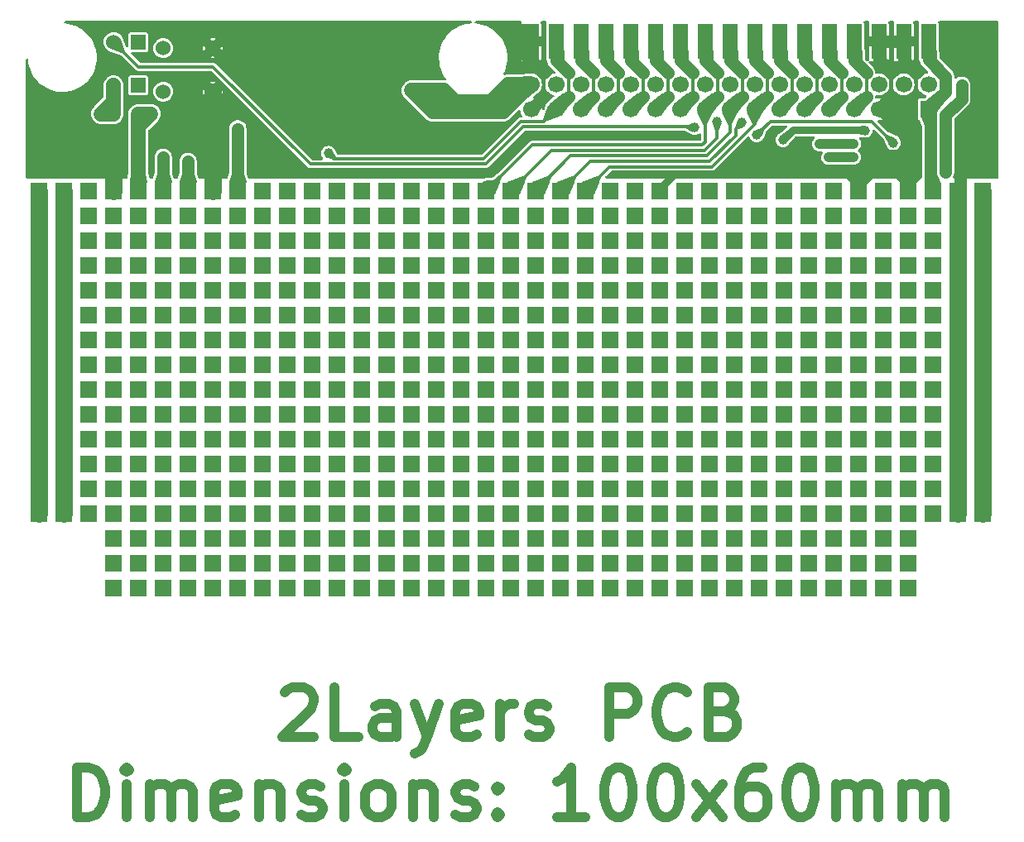
<source format=gbr>
G04 #@! TF.GenerationSoftware,KiCad,Pcbnew,7.0.5-4d25ed1034~172~ubuntu22.04.1*
G04 #@! TF.CreationDate,2023-06-02T09:39:03+03:00*
G04 #@! TF.ProjectId,AgonLight2-PROTO_Rev_A,41676f6e-4c69-4676-9874-322d50524f54,A*
G04 #@! TF.SameCoordinates,Original*
G04 #@! TF.FileFunction,Copper,L1,Top*
G04 #@! TF.FilePolarity,Positive*
%FSLAX46Y46*%
G04 Gerber Fmt 4.6, Leading zero omitted, Abs format (unit mm)*
G04 Created by KiCad (PCBNEW 7.0.5-4d25ed1034~172~ubuntu22.04.1) date 2023-06-02 09:39:03*
%MOMM*%
%LPD*%
G01*
G04 APERTURE LIST*
%ADD10C,1.016000*%
G04 #@! TA.AperFunction,NonConductor*
%ADD11C,1.016000*%
G04 #@! TD*
G04 #@! TA.AperFunction,ComponentPad*
%ADD12R,1.778000X1.778000*%
G04 #@! TD*
G04 #@! TA.AperFunction,ComponentPad*
%ADD13C,1.524000*%
G04 #@! TD*
G04 #@! TA.AperFunction,SMDPad,CuDef*
%ADD14R,1.524000X3.556000*%
G04 #@! TD*
G04 #@! TA.AperFunction,ComponentPad*
%ADD15R,1.524000X1.524000*%
G04 #@! TD*
G04 #@! TA.AperFunction,ComponentPad*
%ADD16R,1.700000X1.700000*%
G04 #@! TD*
G04 #@! TA.AperFunction,ComponentPad*
%ADD17C,1.700000*%
G04 #@! TD*
G04 #@! TA.AperFunction,ViaPad*
%ADD18C,1.000000*%
G04 #@! TD*
G04 #@! TA.AperFunction,Conductor*
%ADD19C,0.304800*%
G04 #@! TD*
G04 #@! TA.AperFunction,Conductor*
%ADD20C,1.016000*%
G04 #@! TD*
G04 #@! TA.AperFunction,Conductor*
%ADD21C,1.270000*%
G04 #@! TD*
G04 #@! TA.AperFunction,Conductor*
%ADD22C,1.778000*%
G04 #@! TD*
G04 #@! TA.AperFunction,Conductor*
%ADD23C,0.762000*%
G04 #@! TD*
G04 #@! TA.AperFunction,Conductor*
%ADD24C,1.524000*%
G04 #@! TD*
G04 APERTURE END LIST*
D10*
D11*
X126758096Y-138950482D02*
X127000000Y-138708577D01*
X127000000Y-138708577D02*
X127483810Y-138466672D01*
X127483810Y-138466672D02*
X128693334Y-138466672D01*
X128693334Y-138466672D02*
X129177143Y-138708577D01*
X129177143Y-138708577D02*
X129419048Y-138950482D01*
X129419048Y-138950482D02*
X129660953Y-139434291D01*
X129660953Y-139434291D02*
X129660953Y-139918101D01*
X129660953Y-139918101D02*
X129419048Y-140643815D01*
X129419048Y-140643815D02*
X126516191Y-143546672D01*
X126516191Y-143546672D02*
X129660953Y-143546672D01*
X134257143Y-143546672D02*
X131838095Y-143546672D01*
X131838095Y-143546672D02*
X131838095Y-138466672D01*
X138127619Y-143546672D02*
X138127619Y-140885720D01*
X138127619Y-140885720D02*
X137885714Y-140401910D01*
X137885714Y-140401910D02*
X137401905Y-140160006D01*
X137401905Y-140160006D02*
X136434286Y-140160006D01*
X136434286Y-140160006D02*
X135950476Y-140401910D01*
X138127619Y-143304768D02*
X137643810Y-143546672D01*
X137643810Y-143546672D02*
X136434286Y-143546672D01*
X136434286Y-143546672D02*
X135950476Y-143304768D01*
X135950476Y-143304768D02*
X135708572Y-142820958D01*
X135708572Y-142820958D02*
X135708572Y-142337148D01*
X135708572Y-142337148D02*
X135950476Y-141853339D01*
X135950476Y-141853339D02*
X136434286Y-141611434D01*
X136434286Y-141611434D02*
X137643810Y-141611434D01*
X137643810Y-141611434D02*
X138127619Y-141369529D01*
X140062857Y-140160006D02*
X141272381Y-143546672D01*
X142481904Y-140160006D02*
X141272381Y-143546672D01*
X141272381Y-143546672D02*
X140788571Y-144756196D01*
X140788571Y-144756196D02*
X140546666Y-144998101D01*
X140546666Y-144998101D02*
X140062857Y-145240006D01*
X146352380Y-143304768D02*
X145868571Y-143546672D01*
X145868571Y-143546672D02*
X144900952Y-143546672D01*
X144900952Y-143546672D02*
X144417142Y-143304768D01*
X144417142Y-143304768D02*
X144175238Y-142820958D01*
X144175238Y-142820958D02*
X144175238Y-140885720D01*
X144175238Y-140885720D02*
X144417142Y-140401910D01*
X144417142Y-140401910D02*
X144900952Y-140160006D01*
X144900952Y-140160006D02*
X145868571Y-140160006D01*
X145868571Y-140160006D02*
X146352380Y-140401910D01*
X146352380Y-140401910D02*
X146594285Y-140885720D01*
X146594285Y-140885720D02*
X146594285Y-141369529D01*
X146594285Y-141369529D02*
X144175238Y-141853339D01*
X148771428Y-143546672D02*
X148771428Y-140160006D01*
X148771428Y-141127625D02*
X149013333Y-140643815D01*
X149013333Y-140643815D02*
X149255238Y-140401910D01*
X149255238Y-140401910D02*
X149739047Y-140160006D01*
X149739047Y-140160006D02*
X150222857Y-140160006D01*
X151674286Y-143304768D02*
X152158095Y-143546672D01*
X152158095Y-143546672D02*
X153125714Y-143546672D01*
X153125714Y-143546672D02*
X153609524Y-143304768D01*
X153609524Y-143304768D02*
X153851428Y-142820958D01*
X153851428Y-142820958D02*
X153851428Y-142579053D01*
X153851428Y-142579053D02*
X153609524Y-142095244D01*
X153609524Y-142095244D02*
X153125714Y-141853339D01*
X153125714Y-141853339D02*
X152400000Y-141853339D01*
X152400000Y-141853339D02*
X151916190Y-141611434D01*
X151916190Y-141611434D02*
X151674286Y-141127625D01*
X151674286Y-141127625D02*
X151674286Y-140885720D01*
X151674286Y-140885720D02*
X151916190Y-140401910D01*
X151916190Y-140401910D02*
X152400000Y-140160006D01*
X152400000Y-140160006D02*
X153125714Y-140160006D01*
X153125714Y-140160006D02*
X153609524Y-140401910D01*
X159899047Y-143546672D02*
X159899047Y-138466672D01*
X159899047Y-138466672D02*
X161834285Y-138466672D01*
X161834285Y-138466672D02*
X162318095Y-138708577D01*
X162318095Y-138708577D02*
X162560000Y-138950482D01*
X162560000Y-138950482D02*
X162801904Y-139434291D01*
X162801904Y-139434291D02*
X162801904Y-140160006D01*
X162801904Y-140160006D02*
X162560000Y-140643815D01*
X162560000Y-140643815D02*
X162318095Y-140885720D01*
X162318095Y-140885720D02*
X161834285Y-141127625D01*
X161834285Y-141127625D02*
X159899047Y-141127625D01*
X167881904Y-143062863D02*
X167640000Y-143304768D01*
X167640000Y-143304768D02*
X166914285Y-143546672D01*
X166914285Y-143546672D02*
X166430476Y-143546672D01*
X166430476Y-143546672D02*
X165704762Y-143304768D01*
X165704762Y-143304768D02*
X165220952Y-142820958D01*
X165220952Y-142820958D02*
X164979047Y-142337148D01*
X164979047Y-142337148D02*
X164737143Y-141369529D01*
X164737143Y-141369529D02*
X164737143Y-140643815D01*
X164737143Y-140643815D02*
X164979047Y-139676196D01*
X164979047Y-139676196D02*
X165220952Y-139192387D01*
X165220952Y-139192387D02*
X165704762Y-138708577D01*
X165704762Y-138708577D02*
X166430476Y-138466672D01*
X166430476Y-138466672D02*
X166914285Y-138466672D01*
X166914285Y-138466672D02*
X167640000Y-138708577D01*
X167640000Y-138708577D02*
X167881904Y-138950482D01*
X171752381Y-140885720D02*
X172478095Y-141127625D01*
X172478095Y-141127625D02*
X172720000Y-141369529D01*
X172720000Y-141369529D02*
X172961904Y-141853339D01*
X172961904Y-141853339D02*
X172961904Y-142579053D01*
X172961904Y-142579053D02*
X172720000Y-143062863D01*
X172720000Y-143062863D02*
X172478095Y-143304768D01*
X172478095Y-143304768D02*
X171994285Y-143546672D01*
X171994285Y-143546672D02*
X170059047Y-143546672D01*
X170059047Y-143546672D02*
X170059047Y-138466672D01*
X170059047Y-138466672D02*
X171752381Y-138466672D01*
X171752381Y-138466672D02*
X172236190Y-138708577D01*
X172236190Y-138708577D02*
X172478095Y-138950482D01*
X172478095Y-138950482D02*
X172720000Y-139434291D01*
X172720000Y-139434291D02*
X172720000Y-139918101D01*
X172720000Y-139918101D02*
X172478095Y-140401910D01*
X172478095Y-140401910D02*
X172236190Y-140643815D01*
X172236190Y-140643815D02*
X171752381Y-140885720D01*
X171752381Y-140885720D02*
X170059047Y-140885720D01*
X105470477Y-151725472D02*
X105470477Y-146645472D01*
X105470477Y-146645472D02*
X106680001Y-146645472D01*
X106680001Y-146645472D02*
X107405715Y-146887377D01*
X107405715Y-146887377D02*
X107889525Y-147371187D01*
X107889525Y-147371187D02*
X108131430Y-147854996D01*
X108131430Y-147854996D02*
X108373334Y-148822615D01*
X108373334Y-148822615D02*
X108373334Y-149548329D01*
X108373334Y-149548329D02*
X108131430Y-150515948D01*
X108131430Y-150515948D02*
X107889525Y-150999758D01*
X107889525Y-150999758D02*
X107405715Y-151483568D01*
X107405715Y-151483568D02*
X106680001Y-151725472D01*
X106680001Y-151725472D02*
X105470477Y-151725472D01*
X110550477Y-151725472D02*
X110550477Y-148338806D01*
X110550477Y-146645472D02*
X110308573Y-146887377D01*
X110308573Y-146887377D02*
X110550477Y-147129282D01*
X110550477Y-147129282D02*
X110792382Y-146887377D01*
X110792382Y-146887377D02*
X110550477Y-146645472D01*
X110550477Y-146645472D02*
X110550477Y-147129282D01*
X112969525Y-151725472D02*
X112969525Y-148338806D01*
X112969525Y-148822615D02*
X113211430Y-148580710D01*
X113211430Y-148580710D02*
X113695240Y-148338806D01*
X113695240Y-148338806D02*
X114420954Y-148338806D01*
X114420954Y-148338806D02*
X114904763Y-148580710D01*
X114904763Y-148580710D02*
X115146668Y-149064520D01*
X115146668Y-149064520D02*
X115146668Y-151725472D01*
X115146668Y-149064520D02*
X115388573Y-148580710D01*
X115388573Y-148580710D02*
X115872382Y-148338806D01*
X115872382Y-148338806D02*
X116598097Y-148338806D01*
X116598097Y-148338806D02*
X117081906Y-148580710D01*
X117081906Y-148580710D02*
X117323811Y-149064520D01*
X117323811Y-149064520D02*
X117323811Y-151725472D01*
X121678096Y-151483568D02*
X121194287Y-151725472D01*
X121194287Y-151725472D02*
X120226668Y-151725472D01*
X120226668Y-151725472D02*
X119742858Y-151483568D01*
X119742858Y-151483568D02*
X119500954Y-150999758D01*
X119500954Y-150999758D02*
X119500954Y-149064520D01*
X119500954Y-149064520D02*
X119742858Y-148580710D01*
X119742858Y-148580710D02*
X120226668Y-148338806D01*
X120226668Y-148338806D02*
X121194287Y-148338806D01*
X121194287Y-148338806D02*
X121678096Y-148580710D01*
X121678096Y-148580710D02*
X121920001Y-149064520D01*
X121920001Y-149064520D02*
X121920001Y-149548329D01*
X121920001Y-149548329D02*
X119500954Y-150032139D01*
X124097144Y-148338806D02*
X124097144Y-151725472D01*
X124097144Y-148822615D02*
X124339049Y-148580710D01*
X124339049Y-148580710D02*
X124822859Y-148338806D01*
X124822859Y-148338806D02*
X125548573Y-148338806D01*
X125548573Y-148338806D02*
X126032382Y-148580710D01*
X126032382Y-148580710D02*
X126274287Y-149064520D01*
X126274287Y-149064520D02*
X126274287Y-151725472D01*
X128451430Y-151483568D02*
X128935239Y-151725472D01*
X128935239Y-151725472D02*
X129902858Y-151725472D01*
X129902858Y-151725472D02*
X130386668Y-151483568D01*
X130386668Y-151483568D02*
X130628572Y-150999758D01*
X130628572Y-150999758D02*
X130628572Y-150757853D01*
X130628572Y-150757853D02*
X130386668Y-150274044D01*
X130386668Y-150274044D02*
X129902858Y-150032139D01*
X129902858Y-150032139D02*
X129177144Y-150032139D01*
X129177144Y-150032139D02*
X128693334Y-149790234D01*
X128693334Y-149790234D02*
X128451430Y-149306425D01*
X128451430Y-149306425D02*
X128451430Y-149064520D01*
X128451430Y-149064520D02*
X128693334Y-148580710D01*
X128693334Y-148580710D02*
X129177144Y-148338806D01*
X129177144Y-148338806D02*
X129902858Y-148338806D01*
X129902858Y-148338806D02*
X130386668Y-148580710D01*
X132805715Y-151725472D02*
X132805715Y-148338806D01*
X132805715Y-146645472D02*
X132563811Y-146887377D01*
X132563811Y-146887377D02*
X132805715Y-147129282D01*
X132805715Y-147129282D02*
X133047620Y-146887377D01*
X133047620Y-146887377D02*
X132805715Y-146645472D01*
X132805715Y-146645472D02*
X132805715Y-147129282D01*
X135950478Y-151725472D02*
X135466668Y-151483568D01*
X135466668Y-151483568D02*
X135224763Y-151241663D01*
X135224763Y-151241663D02*
X134982859Y-150757853D01*
X134982859Y-150757853D02*
X134982859Y-149306425D01*
X134982859Y-149306425D02*
X135224763Y-148822615D01*
X135224763Y-148822615D02*
X135466668Y-148580710D01*
X135466668Y-148580710D02*
X135950478Y-148338806D01*
X135950478Y-148338806D02*
X136676192Y-148338806D01*
X136676192Y-148338806D02*
X137160001Y-148580710D01*
X137160001Y-148580710D02*
X137401906Y-148822615D01*
X137401906Y-148822615D02*
X137643811Y-149306425D01*
X137643811Y-149306425D02*
X137643811Y-150757853D01*
X137643811Y-150757853D02*
X137401906Y-151241663D01*
X137401906Y-151241663D02*
X137160001Y-151483568D01*
X137160001Y-151483568D02*
X136676192Y-151725472D01*
X136676192Y-151725472D02*
X135950478Y-151725472D01*
X139820953Y-148338806D02*
X139820953Y-151725472D01*
X139820953Y-148822615D02*
X140062858Y-148580710D01*
X140062858Y-148580710D02*
X140546668Y-148338806D01*
X140546668Y-148338806D02*
X141272382Y-148338806D01*
X141272382Y-148338806D02*
X141756191Y-148580710D01*
X141756191Y-148580710D02*
X141998096Y-149064520D01*
X141998096Y-149064520D02*
X141998096Y-151725472D01*
X144175239Y-151483568D02*
X144659048Y-151725472D01*
X144659048Y-151725472D02*
X145626667Y-151725472D01*
X145626667Y-151725472D02*
X146110477Y-151483568D01*
X146110477Y-151483568D02*
X146352381Y-150999758D01*
X146352381Y-150999758D02*
X146352381Y-150757853D01*
X146352381Y-150757853D02*
X146110477Y-150274044D01*
X146110477Y-150274044D02*
X145626667Y-150032139D01*
X145626667Y-150032139D02*
X144900953Y-150032139D01*
X144900953Y-150032139D02*
X144417143Y-149790234D01*
X144417143Y-149790234D02*
X144175239Y-149306425D01*
X144175239Y-149306425D02*
X144175239Y-149064520D01*
X144175239Y-149064520D02*
X144417143Y-148580710D01*
X144417143Y-148580710D02*
X144900953Y-148338806D01*
X144900953Y-148338806D02*
X145626667Y-148338806D01*
X145626667Y-148338806D02*
X146110477Y-148580710D01*
X148529524Y-151241663D02*
X148771429Y-151483568D01*
X148771429Y-151483568D02*
X148529524Y-151725472D01*
X148529524Y-151725472D02*
X148287620Y-151483568D01*
X148287620Y-151483568D02*
X148529524Y-151241663D01*
X148529524Y-151241663D02*
X148529524Y-151725472D01*
X148529524Y-148580710D02*
X148771429Y-148822615D01*
X148771429Y-148822615D02*
X148529524Y-149064520D01*
X148529524Y-149064520D02*
X148287620Y-148822615D01*
X148287620Y-148822615D02*
X148529524Y-148580710D01*
X148529524Y-148580710D02*
X148529524Y-149064520D01*
X157480001Y-151725472D02*
X154577144Y-151725472D01*
X156028572Y-151725472D02*
X156028572Y-146645472D01*
X156028572Y-146645472D02*
X155544763Y-147371187D01*
X155544763Y-147371187D02*
X155060953Y-147854996D01*
X155060953Y-147854996D02*
X154577144Y-148096901D01*
X160624762Y-146645472D02*
X161108572Y-146645472D01*
X161108572Y-146645472D02*
X161592381Y-146887377D01*
X161592381Y-146887377D02*
X161834286Y-147129282D01*
X161834286Y-147129282D02*
X162076191Y-147613091D01*
X162076191Y-147613091D02*
X162318096Y-148580710D01*
X162318096Y-148580710D02*
X162318096Y-149790234D01*
X162318096Y-149790234D02*
X162076191Y-150757853D01*
X162076191Y-150757853D02*
X161834286Y-151241663D01*
X161834286Y-151241663D02*
X161592381Y-151483568D01*
X161592381Y-151483568D02*
X161108572Y-151725472D01*
X161108572Y-151725472D02*
X160624762Y-151725472D01*
X160624762Y-151725472D02*
X160140953Y-151483568D01*
X160140953Y-151483568D02*
X159899048Y-151241663D01*
X159899048Y-151241663D02*
X159657143Y-150757853D01*
X159657143Y-150757853D02*
X159415239Y-149790234D01*
X159415239Y-149790234D02*
X159415239Y-148580710D01*
X159415239Y-148580710D02*
X159657143Y-147613091D01*
X159657143Y-147613091D02*
X159899048Y-147129282D01*
X159899048Y-147129282D02*
X160140953Y-146887377D01*
X160140953Y-146887377D02*
X160624762Y-146645472D01*
X165462857Y-146645472D02*
X165946667Y-146645472D01*
X165946667Y-146645472D02*
X166430476Y-146887377D01*
X166430476Y-146887377D02*
X166672381Y-147129282D01*
X166672381Y-147129282D02*
X166914286Y-147613091D01*
X166914286Y-147613091D02*
X167156191Y-148580710D01*
X167156191Y-148580710D02*
X167156191Y-149790234D01*
X167156191Y-149790234D02*
X166914286Y-150757853D01*
X166914286Y-150757853D02*
X166672381Y-151241663D01*
X166672381Y-151241663D02*
X166430476Y-151483568D01*
X166430476Y-151483568D02*
X165946667Y-151725472D01*
X165946667Y-151725472D02*
X165462857Y-151725472D01*
X165462857Y-151725472D02*
X164979048Y-151483568D01*
X164979048Y-151483568D02*
X164737143Y-151241663D01*
X164737143Y-151241663D02*
X164495238Y-150757853D01*
X164495238Y-150757853D02*
X164253334Y-149790234D01*
X164253334Y-149790234D02*
X164253334Y-148580710D01*
X164253334Y-148580710D02*
X164495238Y-147613091D01*
X164495238Y-147613091D02*
X164737143Y-147129282D01*
X164737143Y-147129282D02*
X164979048Y-146887377D01*
X164979048Y-146887377D02*
X165462857Y-146645472D01*
X168849524Y-151725472D02*
X171510476Y-148338806D01*
X168849524Y-148338806D02*
X171510476Y-151725472D01*
X175622857Y-146645472D02*
X174655238Y-146645472D01*
X174655238Y-146645472D02*
X174171429Y-146887377D01*
X174171429Y-146887377D02*
X173929524Y-147129282D01*
X173929524Y-147129282D02*
X173445714Y-147854996D01*
X173445714Y-147854996D02*
X173203810Y-148822615D01*
X173203810Y-148822615D02*
X173203810Y-150757853D01*
X173203810Y-150757853D02*
X173445714Y-151241663D01*
X173445714Y-151241663D02*
X173687619Y-151483568D01*
X173687619Y-151483568D02*
X174171429Y-151725472D01*
X174171429Y-151725472D02*
X175139048Y-151725472D01*
X175139048Y-151725472D02*
X175622857Y-151483568D01*
X175622857Y-151483568D02*
X175864762Y-151241663D01*
X175864762Y-151241663D02*
X176106667Y-150757853D01*
X176106667Y-150757853D02*
X176106667Y-149548329D01*
X176106667Y-149548329D02*
X175864762Y-149064520D01*
X175864762Y-149064520D02*
X175622857Y-148822615D01*
X175622857Y-148822615D02*
X175139048Y-148580710D01*
X175139048Y-148580710D02*
X174171429Y-148580710D01*
X174171429Y-148580710D02*
X173687619Y-148822615D01*
X173687619Y-148822615D02*
X173445714Y-149064520D01*
X173445714Y-149064520D02*
X173203810Y-149548329D01*
X179251428Y-146645472D02*
X179735238Y-146645472D01*
X179735238Y-146645472D02*
X180219047Y-146887377D01*
X180219047Y-146887377D02*
X180460952Y-147129282D01*
X180460952Y-147129282D02*
X180702857Y-147613091D01*
X180702857Y-147613091D02*
X180944762Y-148580710D01*
X180944762Y-148580710D02*
X180944762Y-149790234D01*
X180944762Y-149790234D02*
X180702857Y-150757853D01*
X180702857Y-150757853D02*
X180460952Y-151241663D01*
X180460952Y-151241663D02*
X180219047Y-151483568D01*
X180219047Y-151483568D02*
X179735238Y-151725472D01*
X179735238Y-151725472D02*
X179251428Y-151725472D01*
X179251428Y-151725472D02*
X178767619Y-151483568D01*
X178767619Y-151483568D02*
X178525714Y-151241663D01*
X178525714Y-151241663D02*
X178283809Y-150757853D01*
X178283809Y-150757853D02*
X178041905Y-149790234D01*
X178041905Y-149790234D02*
X178041905Y-148580710D01*
X178041905Y-148580710D02*
X178283809Y-147613091D01*
X178283809Y-147613091D02*
X178525714Y-147129282D01*
X178525714Y-147129282D02*
X178767619Y-146887377D01*
X178767619Y-146887377D02*
X179251428Y-146645472D01*
X183121904Y-151725472D02*
X183121904Y-148338806D01*
X183121904Y-148822615D02*
X183363809Y-148580710D01*
X183363809Y-148580710D02*
X183847619Y-148338806D01*
X183847619Y-148338806D02*
X184573333Y-148338806D01*
X184573333Y-148338806D02*
X185057142Y-148580710D01*
X185057142Y-148580710D02*
X185299047Y-149064520D01*
X185299047Y-149064520D02*
X185299047Y-151725472D01*
X185299047Y-149064520D02*
X185540952Y-148580710D01*
X185540952Y-148580710D02*
X186024761Y-148338806D01*
X186024761Y-148338806D02*
X186750476Y-148338806D01*
X186750476Y-148338806D02*
X187234285Y-148580710D01*
X187234285Y-148580710D02*
X187476190Y-149064520D01*
X187476190Y-149064520D02*
X187476190Y-151725472D01*
X189895237Y-151725472D02*
X189895237Y-148338806D01*
X189895237Y-148822615D02*
X190137142Y-148580710D01*
X190137142Y-148580710D02*
X190620952Y-148338806D01*
X190620952Y-148338806D02*
X191346666Y-148338806D01*
X191346666Y-148338806D02*
X191830475Y-148580710D01*
X191830475Y-148580710D02*
X192072380Y-149064520D01*
X192072380Y-149064520D02*
X192072380Y-151725472D01*
X192072380Y-149064520D02*
X192314285Y-148580710D01*
X192314285Y-148580710D02*
X192798094Y-148338806D01*
X192798094Y-148338806D02*
X193523809Y-148338806D01*
X193523809Y-148338806D02*
X194007618Y-148580710D01*
X194007618Y-148580710D02*
X194249523Y-149064520D01*
X194249523Y-149064520D02*
X194249523Y-151725472D01*
D12*
X104140000Y-87630000D03*
D13*
X114300000Y-73025000D03*
X119380000Y-73025000D03*
D12*
X129540000Y-100330000D03*
X172720000Y-123190000D03*
X180340000Y-105410000D03*
X124460000Y-97790000D03*
X144780000Y-95250000D03*
X185420000Y-102870000D03*
X185420000Y-100330000D03*
X157480000Y-92710000D03*
X147320000Y-118110000D03*
X152400000Y-105410000D03*
X157480000Y-107950000D03*
X127000000Y-125730000D03*
X187960000Y-105410000D03*
X195580000Y-118110000D03*
X167640000Y-90170000D03*
X157480000Y-125730000D03*
X177800000Y-105410000D03*
X165100000Y-100330000D03*
X129540000Y-113030000D03*
X172720000Y-115570000D03*
X177800000Y-100330000D03*
X104140000Y-95250000D03*
X175260000Y-90170000D03*
X121920000Y-125730000D03*
X167640000Y-125730000D03*
X182880000Y-105410000D03*
X121920000Y-92710000D03*
X198120000Y-87630000D03*
X152400000Y-115570000D03*
X111760000Y-125730000D03*
X121920000Y-95250000D03*
X154940000Y-100330000D03*
X109220000Y-95250000D03*
X185420000Y-118110000D03*
X116840000Y-90170000D03*
X162560000Y-118110000D03*
X124460000Y-105410000D03*
X129540000Y-118110000D03*
X172720000Y-105410000D03*
X190500000Y-113030000D03*
X175260000Y-102870000D03*
X177800000Y-87630000D03*
X160020000Y-125730000D03*
X124460000Y-118110000D03*
X101600000Y-95250000D03*
X111760000Y-100330000D03*
X114300000Y-105410000D03*
X187960000Y-97790000D03*
X137160000Y-128270000D03*
X119380000Y-128270000D03*
X142240000Y-95250000D03*
X106680000Y-107950000D03*
X162560000Y-87630000D03*
X137160000Y-113030000D03*
X190500000Y-125730000D03*
X193040000Y-110490000D03*
X167640000Y-123190000D03*
X139700000Y-105410000D03*
X152400000Y-125730000D03*
X162560000Y-123190000D03*
X193040000Y-102870000D03*
X182880000Y-115570000D03*
X114300000Y-115570000D03*
X177800000Y-102870000D03*
X190500000Y-92710000D03*
X124460000Y-102870000D03*
X137160000Y-110490000D03*
X154940000Y-110490000D03*
X175260000Y-87630000D03*
X160020000Y-100330000D03*
X182880000Y-107950000D03*
X116840000Y-87630000D03*
X185420000Y-90170000D03*
X198120000Y-110490000D03*
X109220000Y-125730000D03*
X190500000Y-100330000D03*
X185420000Y-128270000D03*
X132080000Y-125730000D03*
X165100000Y-87630000D03*
X137160000Y-107950000D03*
X185420000Y-125730000D03*
X152400000Y-128270000D03*
X152400000Y-100330000D03*
X165100000Y-102870000D03*
X187960000Y-123190000D03*
X182880000Y-120650000D03*
X142240000Y-90170000D03*
X106680000Y-110490000D03*
X129540000Y-125730000D03*
X198120000Y-92710000D03*
X175260000Y-123190000D03*
X106680000Y-113030000D03*
X101600000Y-105410000D03*
X134620000Y-110490000D03*
X190500000Y-120650000D03*
X165100000Y-90170000D03*
X132080000Y-118110000D03*
X162560000Y-102870000D03*
X129540000Y-102870000D03*
X121920000Y-107950000D03*
X198120000Y-113030000D03*
X114300000Y-118110000D03*
X132080000Y-92710000D03*
X147320000Y-125730000D03*
X119380000Y-115570000D03*
X147320000Y-105410000D03*
X114300000Y-110490000D03*
X180340000Y-110490000D03*
X134620000Y-123190000D03*
X172720000Y-118110000D03*
X116840000Y-113030000D03*
X142240000Y-105410000D03*
X162560000Y-97790000D03*
X167640000Y-100330000D03*
X195580000Y-97790000D03*
X119380000Y-97790000D03*
X182880000Y-113030000D03*
X162560000Y-105410000D03*
X114300000Y-95250000D03*
X132080000Y-110490000D03*
X165100000Y-92710000D03*
X124460000Y-110490000D03*
X175260000Y-110490000D03*
X139700000Y-125730000D03*
X180340000Y-95250000D03*
X180340000Y-120650000D03*
X193040000Y-118110000D03*
X195580000Y-113030000D03*
X104140000Y-90170000D03*
X124460000Y-128270000D03*
X154940000Y-92710000D03*
X142240000Y-120650000D03*
X109220000Y-87630000D03*
X195580000Y-90170000D03*
X187960000Y-100330000D03*
X193040000Y-97790000D03*
X101600000Y-90170000D03*
X152400000Y-123190000D03*
X142240000Y-125730000D03*
X129540000Y-97790000D03*
X104140000Y-102870000D03*
X167640000Y-110490000D03*
X152400000Y-113030000D03*
X172720000Y-95250000D03*
X127000000Y-100330000D03*
X106680000Y-95250000D03*
X127000000Y-110490000D03*
X127000000Y-118110000D03*
X180340000Y-125730000D03*
X177800000Y-120650000D03*
X185420000Y-92710000D03*
X116840000Y-118110000D03*
X172720000Y-102870000D03*
X149860000Y-97790000D03*
X160020000Y-115570000D03*
X154940000Y-97790000D03*
X134620000Y-113030000D03*
X142240000Y-123190000D03*
X193040000Y-113030000D03*
X177800000Y-118110000D03*
X180340000Y-102870000D03*
X106680000Y-97790000D03*
X121920000Y-90170000D03*
X124460000Y-107950000D03*
X190500000Y-87630000D03*
X187960000Y-110490000D03*
X182880000Y-123190000D03*
X160020000Y-105410000D03*
X165100000Y-120650000D03*
X149860000Y-87630000D03*
X195580000Y-87630000D03*
X157480000Y-120650000D03*
X167640000Y-105410000D03*
X124460000Y-125730000D03*
X111760000Y-115570000D03*
X137160000Y-125730000D03*
X129540000Y-105410000D03*
X132080000Y-100330000D03*
X114300000Y-100330000D03*
X127000000Y-113030000D03*
X142240000Y-113030000D03*
X157480000Y-97790000D03*
X132080000Y-95250000D03*
X165100000Y-128270000D03*
X190500000Y-95250000D03*
X172720000Y-87630000D03*
X193040000Y-120650000D03*
X134620000Y-97790000D03*
X109220000Y-123190000D03*
X177800000Y-125730000D03*
X180340000Y-107950000D03*
X129540000Y-115570000D03*
X177800000Y-92710000D03*
X139700000Y-97790000D03*
X195580000Y-100330000D03*
X137160000Y-115570000D03*
X147320000Y-95250000D03*
X149860000Y-115570000D03*
X172720000Y-90170000D03*
X175260000Y-125730000D03*
X154940000Y-113030000D03*
X144780000Y-92710000D03*
X127000000Y-120650000D03*
X182880000Y-128270000D03*
X111760000Y-107950000D03*
X177800000Y-97790000D03*
X177800000Y-128270000D03*
X172720000Y-125730000D03*
X149860000Y-102870000D03*
X139700000Y-90170000D03*
X160020000Y-97790000D03*
X170180000Y-128270000D03*
X127000000Y-107950000D03*
X119380000Y-95250000D03*
X124460000Y-100330000D03*
X187960000Y-107950000D03*
X129540000Y-92710000D03*
X160020000Y-92710000D03*
X124460000Y-95250000D03*
X144780000Y-107950000D03*
X127000000Y-92710000D03*
X134620000Y-95250000D03*
X147320000Y-120650000D03*
X116840000Y-123190000D03*
X127000000Y-128270000D03*
X149860000Y-105410000D03*
X152400000Y-95250000D03*
X177800000Y-113030000D03*
X111760000Y-102870000D03*
X157480000Y-87630000D03*
X149860000Y-92710000D03*
X180340000Y-115570000D03*
X185420000Y-110490000D03*
X124460000Y-90170000D03*
X121920000Y-115570000D03*
X152400000Y-120650000D03*
X127000000Y-90170000D03*
X114300000Y-92710000D03*
X101600000Y-92710000D03*
X144780000Y-113030000D03*
X104140000Y-100330000D03*
X170180000Y-107950000D03*
X198120000Y-95250000D03*
X132080000Y-105410000D03*
X111760000Y-113030000D03*
X104140000Y-120650000D03*
D13*
X114300000Y-77470000D03*
X119380000Y-77470000D03*
D12*
X106680000Y-90170000D03*
X119380000Y-87630000D03*
X101600000Y-97790000D03*
X132080000Y-87630000D03*
X114300000Y-128270000D03*
X152400000Y-110490000D03*
X147320000Y-128270000D03*
X167640000Y-118110000D03*
X121920000Y-87630000D03*
X154940000Y-87630000D03*
X198120000Y-97790000D03*
X121920000Y-97790000D03*
X149860000Y-113030000D03*
X139700000Y-113030000D03*
X193040000Y-100330000D03*
X134620000Y-92710000D03*
X109220000Y-100330000D03*
X127000000Y-123190000D03*
X160020000Y-90170000D03*
X137160000Y-120650000D03*
X134620000Y-105410000D03*
X116840000Y-110490000D03*
X190500000Y-107950000D03*
X134620000Y-128270000D03*
X198120000Y-120650000D03*
X170180000Y-100330000D03*
X190500000Y-102870000D03*
X116840000Y-120650000D03*
X134620000Y-87630000D03*
X175260000Y-115570000D03*
X193040000Y-87630000D03*
X165100000Y-107950000D03*
X139700000Y-118110000D03*
X152400000Y-97790000D03*
X149860000Y-128270000D03*
X165100000Y-115570000D03*
X147320000Y-110490000D03*
X109220000Y-105410000D03*
X144780000Y-125730000D03*
X139700000Y-95250000D03*
X119380000Y-102870000D03*
X157480000Y-113030000D03*
X198120000Y-90170000D03*
X154940000Y-102870000D03*
X167640000Y-115570000D03*
X132080000Y-123190000D03*
X172720000Y-110490000D03*
X134620000Y-102870000D03*
X170180000Y-110490000D03*
X170180000Y-125730000D03*
X142240000Y-100330000D03*
X132080000Y-115570000D03*
X106680000Y-92710000D03*
X114300000Y-102870000D03*
X109220000Y-90170000D03*
X185420000Y-120650000D03*
X109220000Y-102870000D03*
X160020000Y-118110000D03*
X170180000Y-115570000D03*
X157480000Y-105410000D03*
X162560000Y-110490000D03*
X144780000Y-120650000D03*
X187960000Y-87630000D03*
X167640000Y-95250000D03*
X142240000Y-102870000D03*
X144780000Y-115570000D03*
X157480000Y-100330000D03*
X101600000Y-87630000D03*
X137160000Y-90170000D03*
X127000000Y-95250000D03*
X185420000Y-97790000D03*
X109220000Y-113030000D03*
X170180000Y-95250000D03*
X172720000Y-120650000D03*
X152400000Y-87630000D03*
X111760000Y-87630000D03*
X132080000Y-113030000D03*
X144780000Y-100330000D03*
X124460000Y-123190000D03*
X157480000Y-123190000D03*
X104140000Y-97790000D03*
X106680000Y-100330000D03*
X137160000Y-105410000D03*
X152400000Y-118110000D03*
X177800000Y-90170000D03*
X170180000Y-97790000D03*
X147320000Y-100330000D03*
X109220000Y-107950000D03*
X142240000Y-107950000D03*
X129540000Y-110490000D03*
X160020000Y-113030000D03*
X106680000Y-118110000D03*
X109220000Y-115570000D03*
X162560000Y-100330000D03*
X116840000Y-125730000D03*
X132080000Y-90170000D03*
X175260000Y-128270000D03*
X180340000Y-90170000D03*
X149860000Y-95250000D03*
X132080000Y-128270000D03*
X170180000Y-118110000D03*
X124460000Y-92710000D03*
X180340000Y-118110000D03*
X106680000Y-115570000D03*
X167640000Y-120650000D03*
X160020000Y-120650000D03*
X167640000Y-97790000D03*
X137160000Y-87630000D03*
X180340000Y-97790000D03*
X127000000Y-105410000D03*
X119380000Y-123190000D03*
X147320000Y-90170000D03*
X170180000Y-120650000D03*
X119380000Y-90170000D03*
X170180000Y-90170000D03*
X121920000Y-110490000D03*
X193040000Y-115570000D03*
X147320000Y-123190000D03*
X142240000Y-97790000D03*
X132080000Y-102870000D03*
X190500000Y-105410000D03*
X121920000Y-118110000D03*
X162560000Y-125730000D03*
X182880000Y-125730000D03*
X139700000Y-115570000D03*
X129540000Y-90170000D03*
X175260000Y-120650000D03*
X147320000Y-92710000D03*
D14*
X192570000Y-72326000D03*
X190030000Y-72326000D03*
X187490000Y-72326000D03*
X184950000Y-72326000D03*
X182410000Y-72326000D03*
X179870000Y-72326000D03*
X177330000Y-72326000D03*
X174790000Y-72326000D03*
X172250000Y-72326000D03*
X169710000Y-72326000D03*
X167170000Y-72326000D03*
X164630000Y-72326000D03*
X162090000Y-72326000D03*
X159550000Y-72326000D03*
X157010000Y-72326000D03*
X154470000Y-72326000D03*
X151930000Y-72326000D03*
D12*
X193040000Y-95250000D03*
X116840000Y-128270000D03*
X160020000Y-87630000D03*
X149860000Y-100330000D03*
X119380000Y-113030000D03*
X185420000Y-113030000D03*
X162560000Y-113030000D03*
X149860000Y-107950000D03*
X139700000Y-120650000D03*
X180340000Y-128270000D03*
X195580000Y-115570000D03*
X144780000Y-97790000D03*
X121920000Y-102870000D03*
X195580000Y-120650000D03*
X182880000Y-92710000D03*
X170180000Y-102870000D03*
X165100000Y-125730000D03*
X142240000Y-128270000D03*
X157480000Y-102870000D03*
X162560000Y-95250000D03*
X154940000Y-118110000D03*
X137160000Y-95250000D03*
X104140000Y-105410000D03*
X157480000Y-95250000D03*
X114300000Y-120650000D03*
X160020000Y-128270000D03*
X111760000Y-95250000D03*
X104140000Y-118110000D03*
X144780000Y-102870000D03*
X144780000Y-110490000D03*
X114300000Y-107950000D03*
X160020000Y-107950000D03*
X187960000Y-115570000D03*
X134620000Y-115570000D03*
X129540000Y-87630000D03*
X185420000Y-105410000D03*
X111760000Y-110490000D03*
X149860000Y-118110000D03*
X187960000Y-90170000D03*
X101600000Y-118110000D03*
X147320000Y-97790000D03*
X121920000Y-120650000D03*
X195580000Y-102870000D03*
X198120000Y-107950000D03*
X185420000Y-95250000D03*
X149860000Y-123190000D03*
X101600000Y-100330000D03*
X182880000Y-87630000D03*
X119380000Y-92710000D03*
X154940000Y-107950000D03*
X198120000Y-100330000D03*
X185420000Y-123190000D03*
X167640000Y-107950000D03*
X198120000Y-118110000D03*
X116840000Y-102870000D03*
X172720000Y-107950000D03*
X119380000Y-118110000D03*
X101600000Y-107950000D03*
X167640000Y-113030000D03*
X182880000Y-110490000D03*
X167640000Y-102870000D03*
X165100000Y-95250000D03*
X152400000Y-107950000D03*
X142240000Y-118110000D03*
X172720000Y-97790000D03*
X111760000Y-123190000D03*
X147320000Y-87630000D03*
X119380000Y-100330000D03*
X116840000Y-97790000D03*
D15*
X111760000Y-72390000D03*
D13*
X109220000Y-72390000D03*
D12*
X121920000Y-113030000D03*
X139700000Y-128270000D03*
X182880000Y-100330000D03*
X139700000Y-92710000D03*
X152400000Y-92710000D03*
X193040000Y-107950000D03*
X111760000Y-90170000D03*
X190500000Y-90170000D03*
X109220000Y-110490000D03*
X119380000Y-110490000D03*
X109220000Y-118110000D03*
X101600000Y-110490000D03*
X182880000Y-95250000D03*
X137160000Y-100330000D03*
X157480000Y-110490000D03*
X101600000Y-113030000D03*
X154940000Y-120650000D03*
X172720000Y-113030000D03*
X165100000Y-113030000D03*
X160020000Y-102870000D03*
X177800000Y-107950000D03*
X187960000Y-92710000D03*
X160020000Y-123190000D03*
X165100000Y-105410000D03*
X190500000Y-128270000D03*
X109220000Y-120650000D03*
X139700000Y-102870000D03*
X124460000Y-120650000D03*
X132080000Y-107950000D03*
X104140000Y-115570000D03*
X142240000Y-87630000D03*
X195580000Y-107950000D03*
X129540000Y-120650000D03*
X104140000Y-92710000D03*
X114300000Y-97790000D03*
X104140000Y-113030000D03*
X162560000Y-90170000D03*
X137160000Y-118110000D03*
X167640000Y-87630000D03*
X160020000Y-110490000D03*
X129540000Y-95250000D03*
X182880000Y-118110000D03*
X180340000Y-100330000D03*
X144780000Y-90170000D03*
X195580000Y-110490000D03*
X109220000Y-92710000D03*
X137160000Y-92710000D03*
X149860000Y-90170000D03*
X180340000Y-113030000D03*
X132080000Y-120650000D03*
X121920000Y-100330000D03*
X127000000Y-102870000D03*
X154940000Y-128270000D03*
X134620000Y-118110000D03*
X157480000Y-90170000D03*
X111760000Y-118110000D03*
X124460000Y-87630000D03*
X182880000Y-90170000D03*
X116840000Y-95250000D03*
X114300000Y-87630000D03*
X111760000Y-120650000D03*
X134620000Y-125730000D03*
X172720000Y-128270000D03*
X144780000Y-123190000D03*
X129540000Y-128270000D03*
X114300000Y-90170000D03*
X190500000Y-110490000D03*
X144780000Y-118110000D03*
X106680000Y-105410000D03*
X162560000Y-128270000D03*
X187960000Y-128270000D03*
X111760000Y-128270000D03*
X109220000Y-97790000D03*
X121920000Y-128270000D03*
D15*
X111760000Y-76835000D03*
D13*
X109220000Y-76835000D03*
D12*
X180340000Y-87630000D03*
X104140000Y-107950000D03*
X193040000Y-92710000D03*
X116840000Y-107950000D03*
X114300000Y-113030000D03*
X160020000Y-95250000D03*
X116840000Y-100330000D03*
X182880000Y-102870000D03*
X187960000Y-113030000D03*
X198120000Y-115570000D03*
X124460000Y-115570000D03*
X175260000Y-100330000D03*
X162560000Y-107950000D03*
X175260000Y-95250000D03*
X175260000Y-92710000D03*
X182880000Y-97790000D03*
X154940000Y-125730000D03*
X121920000Y-123190000D03*
X154940000Y-90170000D03*
X172720000Y-100330000D03*
X185420000Y-115570000D03*
X137160000Y-123190000D03*
X187960000Y-120650000D03*
X152400000Y-102870000D03*
X104140000Y-110490000D03*
X127000000Y-87630000D03*
X187960000Y-95250000D03*
X142240000Y-115570000D03*
X187960000Y-118110000D03*
X154940000Y-95250000D03*
X177800000Y-95250000D03*
X149860000Y-125730000D03*
X180340000Y-123190000D03*
X175260000Y-113030000D03*
X175260000Y-118110000D03*
X134620000Y-90170000D03*
X109220000Y-128270000D03*
D16*
X192570000Y-79270000D03*
D17*
X192570000Y-76730000D03*
X190030000Y-79270000D03*
X190030000Y-76730000D03*
X187490000Y-79270000D03*
X187490000Y-76730000D03*
X184950000Y-79270000D03*
X184950000Y-76730000D03*
X182410000Y-79270000D03*
X182410000Y-76730000D03*
X179870000Y-79270000D03*
X179870000Y-76730000D03*
X177330000Y-79270000D03*
X177330000Y-76730000D03*
X174790000Y-79270000D03*
X174790000Y-76730000D03*
X172250000Y-79270000D03*
X172250000Y-76730000D03*
X169710000Y-79270000D03*
X169710000Y-76730000D03*
X167170000Y-79270000D03*
X167170000Y-76730000D03*
X164630000Y-79270000D03*
X164630000Y-76730000D03*
X162090000Y-79270000D03*
X162090000Y-76730000D03*
X159550000Y-79270000D03*
X159550000Y-76730000D03*
X157010000Y-79270000D03*
X157010000Y-76730000D03*
X154470000Y-79270000D03*
X154470000Y-76730000D03*
X151930000Y-79270000D03*
X151930000Y-76730000D03*
D12*
X170180000Y-113030000D03*
X185420000Y-87630000D03*
X167640000Y-128270000D03*
X116840000Y-115570000D03*
X144780000Y-128270000D03*
X101600000Y-102870000D03*
X101600000Y-120650000D03*
X147320000Y-113030000D03*
X149860000Y-120650000D03*
X139700000Y-107950000D03*
X114300000Y-125730000D03*
X121920000Y-105410000D03*
X119380000Y-105410000D03*
X177800000Y-115570000D03*
X119380000Y-120650000D03*
X190500000Y-118110000D03*
X177800000Y-123190000D03*
X154940000Y-123190000D03*
X114300000Y-123190000D03*
X127000000Y-97790000D03*
X147320000Y-107950000D03*
X106680000Y-120650000D03*
X142240000Y-110490000D03*
X175260000Y-105410000D03*
X119380000Y-107950000D03*
X132080000Y-97790000D03*
X165100000Y-123190000D03*
X180340000Y-92710000D03*
X165100000Y-118110000D03*
X139700000Y-87630000D03*
X134620000Y-107950000D03*
X144780000Y-87630000D03*
X139700000Y-100330000D03*
X162560000Y-115570000D03*
X134620000Y-120650000D03*
X106680000Y-102870000D03*
X137160000Y-97790000D03*
X185420000Y-107950000D03*
X198120000Y-105410000D03*
X147320000Y-102870000D03*
X170180000Y-87630000D03*
X165100000Y-110490000D03*
X116840000Y-92710000D03*
X187960000Y-102870000D03*
X172720000Y-92710000D03*
X167640000Y-92710000D03*
X187960000Y-125730000D03*
X190500000Y-123190000D03*
X116840000Y-105410000D03*
X152400000Y-90170000D03*
X177800000Y-110490000D03*
X170180000Y-105410000D03*
X198120000Y-102870000D03*
X129540000Y-107950000D03*
X111760000Y-97790000D03*
X162560000Y-92710000D03*
X139700000Y-123190000D03*
X170180000Y-92710000D03*
X195580000Y-105410000D03*
X175260000Y-107950000D03*
X165100000Y-97790000D03*
X149860000Y-110490000D03*
X175260000Y-97790000D03*
X124460000Y-113030000D03*
X111760000Y-105410000D03*
X157480000Y-118110000D03*
X101600000Y-115570000D03*
X162560000Y-120650000D03*
X139700000Y-110490000D03*
X142240000Y-92710000D03*
X127000000Y-115570000D03*
X137160000Y-102870000D03*
X193040000Y-105410000D03*
X111760000Y-92710000D03*
X106680000Y-87630000D03*
X190500000Y-97790000D03*
X193040000Y-90170000D03*
X195580000Y-95250000D03*
X157480000Y-128270000D03*
X134620000Y-100330000D03*
X119380000Y-125730000D03*
X147320000Y-115570000D03*
X144780000Y-105410000D03*
X190500000Y-115570000D03*
X154940000Y-105410000D03*
X154940000Y-115570000D03*
X170180000Y-123190000D03*
X129540000Y-123190000D03*
X157480000Y-115570000D03*
X195580000Y-92710000D03*
D18*
X174117000Y-83058000D03*
X127000000Y-73660000D03*
X167259000Y-82004210D03*
X124460000Y-71120000D03*
X198755000Y-76200000D03*
X116840000Y-78105000D03*
X107950000Y-82677000D03*
X137160000Y-73660000D03*
X116840000Y-71120000D03*
X132080000Y-71120000D03*
X134620000Y-73660000D03*
X129540000Y-73660000D03*
X134620000Y-71120000D03*
X198755000Y-71120000D03*
X196850000Y-73660000D03*
X104140000Y-82677000D03*
X137160000Y-71120000D03*
X107315000Y-71120000D03*
X134620000Y-79629000D03*
X150241000Y-72263000D03*
X132080000Y-79629000D03*
X139700000Y-73660000D03*
X150241000Y-73406000D03*
X114300000Y-82677000D03*
X195834000Y-84226400D03*
X139700000Y-71120000D03*
X124460000Y-82677000D03*
X119380008Y-82677000D03*
X109220000Y-82677000D03*
X132080000Y-73660000D03*
X137160000Y-79629000D03*
X195834000Y-82042000D03*
X121920000Y-73660000D03*
X106680000Y-82677000D03*
X196596000Y-79883000D03*
X116840000Y-76200000D03*
X121920000Y-71120000D03*
X116840000Y-73660000D03*
X194945000Y-73660000D03*
X198755000Y-73660000D03*
X142240000Y-71120000D03*
X196850000Y-71120000D03*
X124460000Y-73660000D03*
X150241000Y-71120000D03*
X194945000Y-71120000D03*
X129540000Y-71120000D03*
X116840000Y-82677000D03*
X127000000Y-71120000D03*
X188961833Y-82702449D03*
X168656000Y-81153004D03*
X175011927Y-81920927D03*
X107950000Y-79756000D03*
X111760000Y-79756000D03*
X109220000Y-79756000D03*
X140970000Y-77343000D03*
X113030000Y-79756000D03*
X139700000Y-77343000D03*
X131191000Y-83786600D03*
X121920000Y-81280000D03*
X170942000Y-80518000D03*
X195961000Y-76835000D03*
X194310000Y-85725000D03*
X173482000Y-80645000D03*
X114300000Y-84201000D03*
X116840000Y-84624806D03*
X181402030Y-82850026D03*
X184914548Y-82827361D03*
X177693049Y-82414795D03*
X186101000Y-81432810D03*
X184912000Y-84201000D03*
X182371996Y-84201000D03*
D19*
X191293159Y-78006841D02*
X191293159Y-75533841D01*
D20*
X174117000Y-85725000D02*
X174117000Y-84836000D01*
D19*
X190657000Y-78643000D02*
X191293159Y-78006841D01*
D21*
X190030000Y-79270000D02*
X190030000Y-80518000D01*
D22*
X109220000Y-84455000D02*
X109220000Y-82677000D01*
D21*
X190500000Y-85979000D02*
X190500000Y-87630000D01*
X190500000Y-87630000D02*
X190500000Y-86741000D01*
X187490000Y-79270000D02*
X188782000Y-79270000D01*
X188746400Y-78013600D02*
X187490000Y-79270000D01*
X188746400Y-78013600D02*
X188773600Y-78013600D01*
D20*
X127584200Y-85801200D02*
X147751800Y-85801200D01*
D21*
X150241000Y-71120000D02*
X150724000Y-71120000D01*
D19*
X153193159Y-78006841D02*
X153193159Y-75533841D01*
X188722000Y-75438000D02*
X188746400Y-75462400D01*
D21*
X151930000Y-74270682D02*
X153193159Y-75533841D01*
D23*
X166497000Y-85979000D02*
X172720000Y-85979000D01*
D21*
X190500000Y-84963000D02*
X190500000Y-85979000D01*
D22*
X109220000Y-87630000D02*
X109220000Y-84455000D01*
D21*
X190500000Y-78800000D02*
X190657000Y-78643000D01*
D23*
X173863000Y-85979000D02*
X174117000Y-85725000D01*
D21*
X191262000Y-85852000D02*
X191262000Y-81153000D01*
X190030000Y-81407000D02*
X190500000Y-81877000D01*
X185420000Y-87630000D02*
X185420000Y-85725000D01*
X187893000Y-79270000D02*
X187490000Y-79270000D01*
X190030000Y-74270682D02*
X191293159Y-75533841D01*
X175006000Y-85725000D02*
X174117000Y-85725000D01*
D22*
X109220000Y-83947000D02*
X109220000Y-84455000D01*
D21*
X151867000Y-72263000D02*
X151930000Y-72326000D01*
D20*
X147751800Y-85801200D02*
X151548790Y-82004210D01*
X151548790Y-82004210D02*
X167259000Y-82004210D01*
D23*
X165100000Y-87630000D02*
X165100000Y-87376000D01*
D21*
X190500000Y-84709000D02*
X190500000Y-84201000D01*
D23*
X174117000Y-84836000D02*
X175006000Y-85725000D01*
D21*
X151065318Y-73406000D02*
X151930000Y-74270682D01*
X190500000Y-80391000D02*
X190500000Y-78800000D01*
X190500000Y-81877000D02*
X190500000Y-80391000D01*
X190500000Y-85090000D02*
X190500000Y-84963000D01*
D20*
X174117000Y-84836000D02*
X174117000Y-83058000D01*
D21*
X185420000Y-86741000D02*
X184404000Y-85725000D01*
D23*
X172720000Y-85979000D02*
X173863000Y-85979000D01*
D21*
X150724000Y-71120000D02*
X151930000Y-72326000D01*
X184404000Y-85725000D02*
X175006000Y-85725000D01*
X189301500Y-78541500D02*
X190030000Y-79270000D01*
X191262000Y-81153000D02*
X190500000Y-80391000D01*
X188782000Y-79270000D02*
X190030000Y-80518000D01*
X189484000Y-85725000D02*
X190500000Y-84709000D01*
X190030000Y-79270000D02*
X190657000Y-78643000D01*
X191262000Y-85979000D02*
X191262000Y-85852000D01*
X190030000Y-80518000D02*
X190030000Y-81407000D01*
X151930000Y-79270000D02*
X153193159Y-78006841D01*
X189403000Y-78643000D02*
X189301500Y-78541500D01*
D22*
X119380008Y-82677000D02*
X119380008Y-87629992D01*
D21*
X190500000Y-86741000D02*
X191262000Y-85979000D01*
X190030000Y-72326000D02*
X190030000Y-74270682D01*
X189484000Y-85725000D02*
X190246000Y-85725000D01*
X187490000Y-72326000D02*
X190030000Y-72326000D01*
D22*
X119380000Y-77470000D02*
X119380000Y-82676992D01*
D21*
X188773600Y-78013600D02*
X189301500Y-78541500D01*
D23*
X172974000Y-85979000D02*
X174117000Y-84836000D01*
D21*
X185420000Y-87630000D02*
X185420000Y-86741000D01*
D22*
X195580000Y-120650000D02*
X195580000Y-87630000D01*
D21*
X187490000Y-79270000D02*
X190030000Y-79270000D01*
X150241000Y-73406000D02*
X151065318Y-73406000D01*
X151930000Y-72326000D02*
X151930000Y-74270682D01*
X191262000Y-85852000D02*
X190500000Y-85090000D01*
X190500000Y-81877000D02*
X187893000Y-79270000D01*
X187490000Y-72326000D02*
X187490000Y-74206000D01*
X195834000Y-87376000D02*
X195834000Y-82042000D01*
D23*
X165100000Y-87376000D02*
X166497000Y-85979000D01*
D22*
X107950000Y-82677000D02*
X109220000Y-83947000D01*
X119380008Y-87629992D02*
X119380000Y-87630000D01*
D21*
X150241000Y-73406000D02*
X150241000Y-72263000D01*
X190500000Y-81877000D02*
X190500000Y-84201000D01*
D19*
X188746400Y-75462400D02*
X188746400Y-78013600D01*
D22*
X107950000Y-82677000D02*
X109220000Y-82677000D01*
D21*
X195580000Y-87630000D02*
X195834000Y-87376000D01*
D23*
X172720000Y-85979000D02*
X172974000Y-85979000D01*
D21*
X150241000Y-72263000D02*
X151867000Y-72263000D01*
X150241000Y-71120000D02*
X151892000Y-71120000D01*
X190500000Y-86741000D02*
X189484000Y-85725000D01*
X190246000Y-85725000D02*
X190500000Y-85979000D01*
X185420000Y-86868000D02*
X186563000Y-85725000D01*
X185420000Y-85725000D02*
X186563000Y-85725000D01*
X190657000Y-78643000D02*
X189403000Y-78643000D01*
D20*
X124460000Y-82677000D02*
X127584200Y-85801200D01*
D22*
X104140000Y-87630000D02*
X104140000Y-120650000D01*
D21*
X190500000Y-84201000D02*
X190500000Y-84963000D01*
X187490000Y-74206000D02*
X188722000Y-75438000D01*
X150241000Y-72263000D02*
X150241000Y-71120000D01*
D22*
X119380000Y-82676992D02*
X119380008Y-82677000D01*
D21*
X185420000Y-87630000D02*
X185420000Y-86868000D01*
X185420000Y-85725000D02*
X184404000Y-85725000D01*
X186563000Y-85725000D02*
X189484000Y-85725000D01*
D19*
X129336800Y-84886800D02*
X147297463Y-84886800D01*
X175011927Y-81920927D02*
X176406454Y-80526400D01*
X153445062Y-81085201D02*
X153445064Y-81085198D01*
X176406454Y-80526400D02*
X186785784Y-80526400D01*
X151099061Y-81085201D02*
X153445062Y-81085201D01*
X119380000Y-74930000D02*
X129336800Y-84886800D01*
X111760000Y-74930000D02*
X119380000Y-74930000D01*
X147297463Y-84886800D02*
X151099061Y-81085201D01*
X109220000Y-72390000D02*
X111760000Y-74930000D01*
X186785784Y-80526400D02*
X188961833Y-82702449D01*
X168588194Y-81085198D02*
X168656000Y-81153004D01*
X153445064Y-81085198D02*
X168588194Y-81085198D01*
D22*
X198120000Y-87630000D02*
X198120000Y-120650000D01*
D21*
X194309000Y-77531000D02*
X192570000Y-79270000D01*
X192786000Y-87376000D02*
X192786000Y-79486000D01*
X194309000Y-75945000D02*
X194309000Y-77531000D01*
X193040000Y-87630000D02*
X192786000Y-87376000D01*
X192570000Y-74206000D02*
X194309000Y-75945000D01*
X192786000Y-79486000D02*
X192570000Y-79270000D01*
X192570000Y-72326000D02*
X192570000Y-74206000D01*
X164630000Y-79270000D02*
X165893159Y-78006841D01*
X164630000Y-74270682D02*
X165893159Y-75533841D01*
X164630000Y-72326000D02*
X164630000Y-74270682D01*
D19*
X165893159Y-78006841D02*
X165893159Y-75533841D01*
D21*
X162090000Y-74270682D02*
X163353159Y-75533841D01*
D19*
X163353159Y-78006841D02*
X163353159Y-75533841D01*
D21*
X162090000Y-79270000D02*
X163353159Y-78006841D01*
X162090000Y-72326000D02*
X162090000Y-74270682D01*
D24*
X143013940Y-77343000D02*
X140970000Y-77343000D01*
X145161000Y-79502000D02*
X145161000Y-79490060D01*
X149059077Y-79502000D02*
X151831077Y-76730000D01*
X144156940Y-78486000D02*
X143013940Y-77343000D01*
X109220000Y-76835000D02*
X109220000Y-78105000D01*
X145161000Y-79490060D02*
X144156940Y-78486000D01*
X113030000Y-79756000D02*
X111760000Y-81026000D01*
D22*
X101600000Y-100330000D02*
X101600000Y-102870000D01*
D24*
X151930000Y-76730000D02*
X149584000Y-76730000D01*
D22*
X101600000Y-113030000D02*
X101600000Y-115570000D01*
D24*
X145161000Y-79502000D02*
X147955919Y-79502000D01*
D22*
X101600000Y-105410000D02*
X101600000Y-107950000D01*
D24*
X109220000Y-78486000D02*
X109220000Y-78105000D01*
X145161000Y-79502000D02*
X143002000Y-77343000D01*
D22*
X101600000Y-95250000D02*
X101600000Y-97790000D01*
D24*
X113030000Y-79756000D02*
X111760000Y-79756000D01*
X107950000Y-79756000D02*
X109220000Y-78486000D01*
X139700000Y-77343000D02*
X141859000Y-79502000D01*
D22*
X101600000Y-92710000D02*
X101600000Y-95250000D01*
X101600000Y-115570000D02*
X101600000Y-118110000D01*
D24*
X147828000Y-78486000D02*
X144156940Y-78486000D01*
D22*
X101600000Y-118110000D02*
X101600000Y-120650000D01*
D24*
X151831077Y-76730000D02*
X151930000Y-76730000D01*
X142113000Y-78486000D02*
X144156940Y-78486000D01*
X147955919Y-79502000D02*
X149059077Y-79502000D01*
X109220000Y-78105000D02*
X109220000Y-79756000D01*
X107950000Y-79756000D02*
X109220000Y-79756000D01*
X111760000Y-81026000D02*
X111760000Y-79756000D01*
X140970000Y-77343000D02*
X142113000Y-78486000D01*
D22*
X101600000Y-97790000D02*
X101600000Y-100330000D01*
D24*
X111760000Y-87630000D02*
X111760000Y-81026000D01*
X140970000Y-77343000D02*
X139700000Y-77343000D01*
D22*
X101600000Y-87630000D02*
X101600000Y-90170000D01*
D24*
X143002000Y-77343000D02*
X139700000Y-77343000D01*
X147955919Y-79502000D02*
X150727919Y-76730000D01*
D22*
X101600000Y-107950000D02*
X101600000Y-110490000D01*
D24*
X150727919Y-76730000D02*
X151930000Y-76730000D01*
D22*
X101600000Y-110490000D02*
X101600000Y-113030000D01*
D24*
X141859000Y-79502000D02*
X145161000Y-79502000D01*
D22*
X101600000Y-102870000D02*
X101600000Y-105410000D01*
D24*
X149584000Y-76730000D02*
X147828000Y-78486000D01*
D22*
X101600000Y-90170000D02*
X101600000Y-92710000D01*
D21*
X154470000Y-72326000D02*
X154470000Y-74270682D01*
D19*
X147066000Y-84328000D02*
X131732400Y-84328000D01*
X131732400Y-84328000D02*
X131191000Y-83786600D01*
X155733159Y-78006841D02*
X155733159Y-75533841D01*
X153213599Y-80526401D02*
X150867599Y-80526401D01*
X154470000Y-79270000D02*
X153213599Y-80526401D01*
D21*
X154470000Y-79270000D02*
X155733159Y-78006841D01*
D19*
X150867599Y-80526401D02*
X147066000Y-84328000D01*
D21*
X154470000Y-74270682D02*
X155733159Y-75533841D01*
X159550000Y-72326000D02*
X159550000Y-74270682D01*
D19*
X160813159Y-78006841D02*
X160813159Y-75533841D01*
D21*
X159550000Y-74270682D02*
X160813159Y-75533841D01*
X159550000Y-79270000D02*
X160813159Y-78006841D01*
X121920000Y-81280000D02*
X121920000Y-87630000D01*
X172250000Y-74270682D02*
X173513159Y-75533841D01*
X172250000Y-72326000D02*
X172250000Y-74270682D01*
D19*
X172250000Y-81679525D02*
X169880925Y-84048600D01*
X172250000Y-79270000D02*
X172250000Y-81679525D01*
D21*
X172250000Y-79270000D02*
X173513159Y-78006841D01*
D19*
X169880925Y-84048600D02*
X155981400Y-84048600D01*
X173513159Y-78006841D02*
X173513159Y-75533841D01*
X155981400Y-84048600D02*
X152400000Y-87630000D01*
X170942000Y-82197262D02*
X170942000Y-80518000D01*
X154000200Y-83489800D02*
X169649462Y-83489800D01*
X169649462Y-83489800D02*
X170942000Y-82197262D01*
X149860000Y-87630000D02*
X154000200Y-83489800D01*
X169418000Y-82931000D02*
X169710000Y-82639000D01*
X169710000Y-82639000D02*
X169710000Y-79270000D01*
D21*
X169710000Y-79270000D02*
X170973159Y-78006841D01*
D19*
X152019000Y-82931000D02*
X169418000Y-82931000D01*
X170973159Y-78006841D02*
X170973159Y-75533841D01*
D21*
X169710000Y-72326000D02*
X169710000Y-74270682D01*
X169710000Y-74270682D02*
X170973159Y-75533841D01*
D19*
X147320000Y-87630000D02*
X152019000Y-82931000D01*
D21*
X167170000Y-72326000D02*
X167170000Y-74270682D01*
X167170000Y-79270000D02*
X168433159Y-78006841D01*
X167170000Y-74270682D02*
X168433159Y-75533841D01*
D19*
X168433159Y-78006841D02*
X168433159Y-75533841D01*
D21*
X195961000Y-78232000D02*
X194310000Y-79883000D01*
X195961000Y-76835000D02*
X195961000Y-78232000D01*
X194310000Y-79883000D02*
X194310000Y-85725000D01*
X177330000Y-72326000D02*
X177330000Y-74270682D01*
D19*
X178593159Y-78006841D02*
X178593159Y-75533841D01*
D21*
X177330000Y-74270682D02*
X178593159Y-75533841D01*
X177330000Y-79270000D02*
X178593159Y-78006841D01*
D19*
X174790000Y-79270000D02*
X174790000Y-80797500D01*
X176053159Y-78006841D02*
X176053159Y-75533841D01*
X159943800Y-85166200D02*
X157480000Y-87630000D01*
D21*
X174790000Y-72326000D02*
X174790000Y-74270682D01*
X174790000Y-74270682D02*
X176053159Y-75533841D01*
D19*
X174790000Y-80797500D02*
X170421300Y-85166200D01*
X170421300Y-85166200D02*
X159943800Y-85166200D01*
D21*
X174790000Y-79270000D02*
X176053159Y-78006841D01*
D19*
X172847000Y-81950238D02*
X172847000Y-81280000D01*
X172847000Y-81280000D02*
X173482000Y-80645000D01*
X154940000Y-87630000D02*
X157962600Y-84607400D01*
X170189838Y-84607400D02*
X172847000Y-81950238D01*
X157962600Y-84607400D02*
X170189838Y-84607400D01*
D21*
X114300000Y-87630000D02*
X114300000Y-84201000D01*
X157010000Y-74270682D02*
X158273159Y-75533841D01*
X157010000Y-72326000D02*
X157010000Y-74270682D01*
X116840000Y-87630000D02*
X116840000Y-84624806D01*
D19*
X158273159Y-78006841D02*
X158273159Y-75533841D01*
D21*
X157010000Y-79270000D02*
X158273159Y-78006841D01*
X179870000Y-74270682D02*
X181133159Y-75533841D01*
X179870000Y-79270000D02*
X181133159Y-78006841D01*
D19*
X181133159Y-78006841D02*
X181133159Y-75533841D01*
D21*
X179870000Y-72326000D02*
X179870000Y-74270682D01*
X184950000Y-74270682D02*
X186213159Y-75533841D01*
D19*
X186213159Y-78006841D02*
X186213159Y-75533841D01*
X181424695Y-82827361D02*
X181402030Y-82850026D01*
D21*
X184950000Y-79270000D02*
X186213159Y-78006841D01*
D20*
X184914548Y-82827361D02*
X181424695Y-82827361D01*
D21*
X184950000Y-72326000D02*
X184950000Y-74270682D01*
D19*
X186075190Y-81407000D02*
X186101000Y-81432810D01*
D23*
X178700844Y-81407000D02*
X186075190Y-81407000D01*
X177693049Y-82414795D02*
X178700844Y-81407000D01*
D21*
X182410000Y-72326000D02*
X182410000Y-74270682D01*
X182410000Y-74270682D02*
X183673159Y-75533841D01*
D20*
X184912000Y-84201000D02*
X182371996Y-84201000D01*
D21*
X182410000Y-79270000D02*
X183673159Y-78006841D01*
D19*
X183673159Y-78006841D02*
X183673159Y-75533841D01*
G04 #@! TA.AperFunction,Conductor*
G36*
X165388531Y-72265629D02*
G01*
X165392632Y-72273590D01*
X165392655Y-72273922D01*
X165499681Y-74237407D01*
X165496709Y-74245855D01*
X165496271Y-74246317D01*
X164614318Y-75128270D01*
X164606045Y-75131697D01*
X164597772Y-75128270D01*
X164595239Y-75124480D01*
X164173736Y-74107609D01*
X164173212Y-74100217D01*
X164627222Y-72333351D01*
X164632600Y-72326191D01*
X164637581Y-72324604D01*
X165380003Y-72262899D01*
X165388531Y-72265629D01*
G37*
G04 #@! TD.AperFunction*
G04 #@! TA.AperFunction,Conductor*
G36*
X155230360Y-77626198D02*
G01*
X156113801Y-78509639D01*
X156117228Y-78517912D01*
X156114774Y-78525082D01*
X155079164Y-79860564D01*
X155071386Y-79865002D01*
X155062748Y-79862640D01*
X155061655Y-79861677D01*
X154469283Y-79270697D01*
X153878322Y-78678344D01*
X153874905Y-78670067D01*
X153878342Y-78661798D01*
X153879435Y-78660835D01*
X154054497Y-78525082D01*
X155214920Y-77625224D01*
X155223555Y-77622863D01*
X155230360Y-77626198D01*
G37*
G04 #@! TD.AperFunction*
G04 #@! TA.AperFunction,Conductor*
G36*
X156351586Y-86007610D02*
G01*
X156355381Y-86010146D01*
X156559853Y-86214618D01*
X156563280Y-86222891D01*
X156562390Y-86227368D01*
X156433961Y-86537473D01*
X156429652Y-86542724D01*
X156407515Y-86557517D01*
X156351266Y-86641698D01*
X156336500Y-86715933D01*
X156336500Y-86770481D01*
X156335610Y-86774958D01*
X155833472Y-87987435D01*
X155827140Y-87993767D01*
X155818195Y-87993772D01*
X154943784Y-87632562D01*
X154937446Y-87626236D01*
X154937437Y-87626215D01*
X154576227Y-86751804D01*
X154576236Y-86742849D01*
X154582563Y-86736527D01*
X156342634Y-86007609D01*
X156351586Y-86007610D01*
G37*
G04 #@! TD.AperFunction*
G04 #@! TA.AperFunction,Conductor*
G36*
X175563168Y-79590241D02*
G01*
X175569492Y-79596579D01*
X175569483Y-79605534D01*
X175568894Y-79606749D01*
X174783332Y-81013724D01*
X174776306Y-81019277D01*
X174767412Y-81018236D01*
X174764843Y-81016293D01*
X174561756Y-80813206D01*
X174559386Y-80809794D01*
X174009737Y-79606305D01*
X174009418Y-79597356D01*
X174015519Y-79590801D01*
X174015866Y-79590650D01*
X174786222Y-79271152D01*
X174795174Y-79271149D01*
X175563168Y-79590241D01*
G37*
G04 #@! TD.AperFunction*
G04 #@! TA.AperFunction,Conductor*
G36*
X175550360Y-77626198D02*
G01*
X176433801Y-78509639D01*
X176437228Y-78517912D01*
X176434774Y-78525082D01*
X175399164Y-79860564D01*
X175391386Y-79865002D01*
X175382748Y-79862640D01*
X175381655Y-79861677D01*
X174789283Y-79270697D01*
X174198322Y-78678344D01*
X174194905Y-78670067D01*
X174198342Y-78661798D01*
X174199435Y-78660835D01*
X174374497Y-78525082D01*
X175534920Y-77625224D01*
X175543555Y-77622863D01*
X175550360Y-77626198D01*
G37*
G04 #@! TD.AperFunction*
G04 #@! TA.AperFunction,Conductor*
G36*
X112520126Y-85855427D02*
G01*
X112523435Y-85862045D01*
X112648173Y-86735212D01*
X112645951Y-86743887D01*
X112644869Y-86745135D01*
X111768278Y-87622712D01*
X111760007Y-87626144D01*
X111751732Y-87622722D01*
X111751722Y-87622713D01*
X111751721Y-87622712D01*
X110875129Y-86745133D01*
X110871708Y-86736860D01*
X110871825Y-86735224D01*
X110996565Y-85862044D01*
X111001127Y-85854340D01*
X111008147Y-85852000D01*
X112511853Y-85852000D01*
X112520126Y-85855427D01*
G37*
G04 #@! TD.AperFunction*
G04 #@! TA.AperFunction,Conductor*
G36*
X173031450Y-80458351D02*
G01*
X173477503Y-80642147D01*
X173483846Y-80648467D01*
X173483858Y-80648495D01*
X173668852Y-81096078D01*
X173668845Y-81105033D01*
X173662508Y-81111360D01*
X173662460Y-81111380D01*
X173001524Y-81381107D01*
X172997103Y-81381974D01*
X172711100Y-81381974D01*
X172702827Y-81378547D01*
X172699400Y-81370274D01*
X172700059Y-81366403D01*
X172789475Y-81111360D01*
X173015976Y-80465305D01*
X173021946Y-80458634D01*
X173030887Y-80458137D01*
X173031450Y-80458351D01*
G37*
G04 #@! TD.AperFunction*
G04 #@! TA.AperFunction,Conductor*
G36*
X151337241Y-76137223D02*
G01*
X151337320Y-76137301D01*
X151930717Y-76729303D01*
X152521978Y-77321957D01*
X152525395Y-77330234D01*
X152521958Y-77338503D01*
X152521160Y-77339229D01*
X151235314Y-78404798D01*
X151226758Y-78407438D01*
X151219576Y-78404062D01*
X150157664Y-77342150D01*
X150154237Y-77333877D01*
X150157574Y-77325696D01*
X151320697Y-76137399D01*
X151328932Y-76133885D01*
X151337241Y-76137223D01*
G37*
G04 #@! TD.AperFunction*
G04 #@! TA.AperFunction,Conductor*
G36*
X178088531Y-72265629D02*
G01*
X178092632Y-72273590D01*
X178092655Y-72273922D01*
X178199681Y-74237407D01*
X178196709Y-74245855D01*
X178196271Y-74246317D01*
X177314318Y-75128270D01*
X177306045Y-75131697D01*
X177297772Y-75128270D01*
X177295239Y-75124480D01*
X176873736Y-74107609D01*
X176873212Y-74100217D01*
X177327222Y-72333351D01*
X177332600Y-72326191D01*
X177337581Y-72324604D01*
X178080003Y-72262899D01*
X178088531Y-72265629D01*
G37*
G04 #@! TD.AperFunction*
G04 #@! TA.AperFunction,Conductor*
G36*
X193328723Y-72257466D02*
G01*
X193332908Y-72265383D01*
X193332924Y-72265566D01*
X193485283Y-74218305D01*
X193482510Y-74226820D01*
X193481891Y-74227488D01*
X192599842Y-75109537D01*
X192591569Y-75112964D01*
X192583296Y-75109537D01*
X192580834Y-75105918D01*
X192198378Y-74223677D01*
X192148045Y-74107570D01*
X192147398Y-74100212D01*
X192567353Y-72333450D01*
X192572600Y-72326196D01*
X192577641Y-72324509D01*
X193320167Y-72254827D01*
X193328723Y-72257466D01*
G37*
G04 #@! TD.AperFunction*
G04 #@! TA.AperFunction,Conductor*
G36*
X171393446Y-80704972D02*
G01*
X171399767Y-80711316D01*
X171399876Y-80719956D01*
X171097277Y-81510483D01*
X171091119Y-81516984D01*
X171086350Y-81518000D01*
X170797650Y-81518000D01*
X170789377Y-81514573D01*
X170786723Y-81510483D01*
X170484123Y-80719956D01*
X170484366Y-80711004D01*
X170490551Y-80704973D01*
X170937504Y-80518871D01*
X170946455Y-80518855D01*
X171393446Y-80704972D01*
G37*
G04 #@! TD.AperFunction*
G04 #@! TA.AperFunction,Conductor*
G36*
X157770360Y-77626198D02*
G01*
X158653801Y-78509639D01*
X158657228Y-78517912D01*
X158654774Y-78525082D01*
X157619164Y-79860564D01*
X157611386Y-79865002D01*
X157602748Y-79862640D01*
X157601655Y-79861677D01*
X157009283Y-79270697D01*
X156418322Y-78678344D01*
X156414905Y-78670067D01*
X156418342Y-78661798D01*
X156419435Y-78660835D01*
X156594497Y-78525082D01*
X157754920Y-77625224D01*
X157763555Y-77622863D01*
X157770360Y-77626198D01*
G37*
G04 #@! TD.AperFunction*
G04 #@! TA.AperFunction,Conductor*
G36*
X175548531Y-72265629D02*
G01*
X175552632Y-72273590D01*
X175552655Y-72273922D01*
X175659681Y-74237407D01*
X175656709Y-74245855D01*
X175656271Y-74246317D01*
X174774318Y-75128270D01*
X174766045Y-75131697D01*
X174757772Y-75128270D01*
X174755239Y-75124480D01*
X174333736Y-74107609D01*
X174333212Y-74100217D01*
X174787222Y-72333351D01*
X174792600Y-72326191D01*
X174797581Y-72324604D01*
X175540003Y-72262899D01*
X175548531Y-72265629D01*
G37*
G04 #@! TD.AperFunction*
G04 #@! TA.AperFunction,Conductor*
G36*
X162848531Y-72265629D02*
G01*
X162852632Y-72273590D01*
X162852655Y-72273922D01*
X162959681Y-74237407D01*
X162956709Y-74245855D01*
X162956271Y-74246317D01*
X162074318Y-75128270D01*
X162066045Y-75131697D01*
X162057772Y-75128270D01*
X162055239Y-75124480D01*
X161633736Y-74107609D01*
X161633212Y-74100217D01*
X162087222Y-72333351D01*
X162092600Y-72326191D01*
X162097581Y-72324604D01*
X162840003Y-72262899D01*
X162848531Y-72265629D01*
G37*
G04 #@! TD.AperFunction*
G04 #@! TA.AperFunction,Conductor*
G36*
X193421628Y-85855427D02*
G01*
X193424070Y-85859000D01*
X193430722Y-85874165D01*
X193431643Y-85877642D01*
X193435144Y-85910956D01*
X193435145Y-85910959D01*
X193492922Y-86088779D01*
X193492924Y-86088783D01*
X193492925Y-86088785D01*
X193586415Y-86250715D01*
X193598727Y-86264389D01*
X193603625Y-86269829D01*
X193605645Y-86272958D01*
X193807974Y-86734229D01*
X193808159Y-86743182D01*
X193806102Y-86746589D01*
X193043176Y-87627332D01*
X193035170Y-87631342D01*
X193035162Y-87631343D01*
X192163529Y-87693253D01*
X192155034Y-87690421D01*
X192151029Y-87682411D01*
X192151000Y-87681582D01*
X192151000Y-86030684D01*
X192151032Y-86030071D01*
X192151500Y-86025620D01*
X192151500Y-86002453D01*
X192151508Y-86002147D01*
X192151548Y-86001385D01*
X192155174Y-85932190D01*
X192152820Y-85917330D01*
X192152820Y-85913669D01*
X192153250Y-85910956D01*
X192155174Y-85898810D01*
X192153366Y-85864311D01*
X192156355Y-85855871D01*
X192164438Y-85852016D01*
X192165050Y-85852000D01*
X193413355Y-85852000D01*
X193421628Y-85855427D01*
G37*
G04 #@! TD.AperFunction*
G04 #@! TA.AperFunction,Conductor*
G36*
X193416042Y-79218929D02*
G01*
X193419984Y-79226970D01*
X193420007Y-79227701D01*
X193420367Y-79862030D01*
X193420359Y-79862339D01*
X193416826Y-79929810D01*
X193416825Y-79929810D01*
X193420276Y-79951595D01*
X193420420Y-79953418D01*
X193420500Y-80092626D01*
X193420500Y-80958300D01*
X193417073Y-80966573D01*
X193408800Y-80970000D01*
X192159011Y-80970000D01*
X192150738Y-80966573D01*
X192148103Y-80962532D01*
X191823807Y-80126625D01*
X191824010Y-80117672D01*
X191825928Y-80114667D01*
X192566797Y-79272639D01*
X192574832Y-79268694D01*
X193407569Y-79216031D01*
X193416042Y-79218929D01*
G37*
G04 #@! TD.AperFunction*
G04 #@! TA.AperFunction,Conductor*
G36*
X193579319Y-77377239D02*
G01*
X194462760Y-78260680D01*
X194466187Y-78268953D01*
X194463733Y-78276123D01*
X193789834Y-79145155D01*
X193789347Y-79145707D01*
X193731180Y-79203875D01*
X193729785Y-79205067D01*
X193711532Y-79218329D01*
X193664649Y-79270395D01*
X193664439Y-79270617D01*
X193648059Y-79286998D01*
X193633491Y-79304986D01*
X193633292Y-79305219D01*
X193586412Y-79357288D01*
X193575134Y-79376823D01*
X193574095Y-79378336D01*
X193559894Y-79395873D01*
X193528094Y-79458280D01*
X193527948Y-79458549D01*
X193492923Y-79519219D01*
X193488619Y-79532463D01*
X193486738Y-79536017D01*
X193425466Y-79615032D01*
X193417688Y-79619470D01*
X193411754Y-79618676D01*
X192573783Y-79272561D01*
X192567446Y-79266236D01*
X192221323Y-78428243D01*
X192221332Y-78419291D01*
X192224965Y-78414534D01*
X193563879Y-77376265D01*
X193572514Y-77373904D01*
X193579319Y-77377239D01*
G37*
G04 #@! TD.AperFunction*
G04 #@! TA.AperFunction,Conductor*
G36*
X185710360Y-77626198D02*
G01*
X186593801Y-78509639D01*
X186597228Y-78517912D01*
X186594774Y-78525082D01*
X185559164Y-79860564D01*
X185551386Y-79865002D01*
X185542748Y-79862640D01*
X185541655Y-79861677D01*
X184949283Y-79270697D01*
X184358322Y-78678344D01*
X184354905Y-78670067D01*
X184358342Y-78661798D01*
X184359435Y-78660835D01*
X184534497Y-78525082D01*
X185694920Y-77625224D01*
X185703555Y-77622863D01*
X185710360Y-77626198D01*
G37*
G04 #@! TD.AperFunction*
G04 #@! TA.AperFunction,Conductor*
G36*
X168463437Y-80695016D02*
G01*
X168468729Y-80700841D01*
X168655127Y-81148507D01*
X168655144Y-81157461D01*
X168655127Y-81157501D01*
X168469379Y-81603605D01*
X168463035Y-81609926D01*
X168454081Y-81609909D01*
X168453562Y-81609678D01*
X167676171Y-81240769D01*
X167670166Y-81234126D01*
X167669487Y-81230199D01*
X167669487Y-80941469D01*
X167672914Y-80933196D01*
X167677781Y-80930276D01*
X168454526Y-80694144D01*
X168463437Y-80695016D01*
G37*
G04 #@! TD.AperFunction*
G04 #@! TA.AperFunction,Conductor*
G36*
X186096791Y-80936645D02*
G01*
X186100974Y-80944563D01*
X186101025Y-80945631D01*
X186102000Y-81432833D01*
X186101026Y-81919310D01*
X186097583Y-81927577D01*
X186089303Y-81930987D01*
X186087641Y-81930865D01*
X185116149Y-81789457D01*
X185108455Y-81784874D01*
X185106134Y-81777879D01*
X185106134Y-81036655D01*
X185109561Y-81028382D01*
X185116742Y-81025006D01*
X186088235Y-80934005D01*
X186096791Y-80936645D01*
G37*
G04 #@! TD.AperFunction*
G04 #@! TA.AperFunction,Conductor*
G36*
X175616961Y-81111749D02*
G01*
X175821104Y-81315892D01*
X175824531Y-81324165D01*
X175823515Y-81328934D01*
X175478499Y-82101890D01*
X175471998Y-82108048D01*
X175463358Y-82107939D01*
X175015723Y-81923489D01*
X175009380Y-81917169D01*
X174824914Y-81469492D01*
X174824931Y-81460541D01*
X174830961Y-81454355D01*
X175603921Y-81109337D01*
X175612871Y-81109095D01*
X175616961Y-81111749D01*
G37*
G04 #@! TD.AperFunction*
G04 #@! TA.AperFunction,Conductor*
G36*
X122554448Y-85855427D02*
G01*
X122557425Y-85860486D01*
X122807110Y-86734385D01*
X122806088Y-86743281D01*
X122804138Y-86745867D01*
X121928278Y-87622712D01*
X121920007Y-87626144D01*
X121911732Y-87622722D01*
X121911722Y-87622713D01*
X121911721Y-87622712D01*
X121035859Y-86745865D01*
X121032439Y-86737592D01*
X121032888Y-86734391D01*
X121282575Y-85860485D01*
X121288143Y-85853472D01*
X121293825Y-85852000D01*
X122546175Y-85852000D01*
X122554448Y-85855427D01*
G37*
G04 #@! TD.AperFunction*
G04 #@! TA.AperFunction,Conductor*
G36*
X178138094Y-81445628D02*
G01*
X178662215Y-81969749D01*
X178665642Y-81978022D01*
X178663135Y-81985260D01*
X178054735Y-82758016D01*
X178046925Y-82762396D01*
X178038304Y-82759971D01*
X178037285Y-82759068D01*
X177692326Y-82415485D01*
X177348775Y-82070558D01*
X177345365Y-82062278D01*
X177348808Y-82054011D01*
X177349827Y-82053108D01*
X177455705Y-81969749D01*
X178122584Y-81444707D01*
X178131204Y-81442283D01*
X178138094Y-81445628D01*
G37*
G04 #@! TD.AperFunction*
G04 #@! TA.AperFunction,Conductor*
G36*
X188369836Y-81890859D02*
G01*
X189142796Y-82235876D01*
X189148954Y-82242377D01*
X189148845Y-82251017D01*
X188964396Y-82698651D01*
X188958075Y-82704995D01*
X188958035Y-82705012D01*
X188510401Y-82889461D01*
X188501447Y-82889444D01*
X188495260Y-82883412D01*
X188414801Y-82703156D01*
X188150243Y-82110454D01*
X188150001Y-82101504D01*
X188152653Y-82097416D01*
X188356799Y-81893270D01*
X188365071Y-81889844D01*
X188369836Y-81890859D01*
G37*
G04 #@! TD.AperFunction*
G04 #@! TA.AperFunction,Conductor*
G36*
X167930360Y-77626198D02*
G01*
X168813801Y-78509639D01*
X168817228Y-78517912D01*
X168814774Y-78525082D01*
X167779164Y-79860564D01*
X167771386Y-79865002D01*
X167762748Y-79862640D01*
X167761655Y-79861677D01*
X167169283Y-79270697D01*
X166578322Y-78678344D01*
X166574905Y-78670067D01*
X166578342Y-78661798D01*
X166579435Y-78660835D01*
X166754497Y-78525082D01*
X167914920Y-77625224D01*
X167923555Y-77622863D01*
X167930360Y-77626198D01*
G37*
G04 #@! TD.AperFunction*
G04 #@! TA.AperFunction,Conductor*
G36*
X158891586Y-86007610D02*
G01*
X158895381Y-86010146D01*
X159099853Y-86214618D01*
X159103280Y-86222891D01*
X159102390Y-86227368D01*
X158973961Y-86537473D01*
X158969652Y-86542724D01*
X158947515Y-86557517D01*
X158891266Y-86641698D01*
X158876500Y-86715933D01*
X158876500Y-86770481D01*
X158875610Y-86774958D01*
X158373472Y-87987435D01*
X158367140Y-87993767D01*
X158358195Y-87993772D01*
X157483784Y-87632562D01*
X157477446Y-87626236D01*
X157477437Y-87626215D01*
X157116227Y-86751804D01*
X157116236Y-86742849D01*
X157122563Y-86736527D01*
X158882634Y-86007609D01*
X158891586Y-86007610D01*
G37*
G04 #@! TD.AperFunction*
G04 #@! TA.AperFunction,Conductor*
G36*
X114934448Y-85855427D02*
G01*
X114937425Y-85860486D01*
X115187110Y-86734385D01*
X115186088Y-86743281D01*
X115184139Y-86745865D01*
X114803118Y-87127315D01*
X114308277Y-87622713D01*
X114300006Y-87626144D01*
X114291732Y-87622722D01*
X113415860Y-86745866D01*
X113412439Y-86737592D01*
X113412888Y-86734391D01*
X113662575Y-85860485D01*
X113668143Y-85853472D01*
X113673825Y-85852000D01*
X114926175Y-85852000D01*
X114934448Y-85855427D01*
G37*
G04 #@! TD.AperFunction*
G04 #@! TA.AperFunction,Conductor*
G36*
X178090360Y-77626198D02*
G01*
X178973801Y-78509639D01*
X178977228Y-78517912D01*
X178974774Y-78525082D01*
X177939164Y-79860564D01*
X177931386Y-79865002D01*
X177922748Y-79862640D01*
X177921655Y-79861677D01*
X177329283Y-79270697D01*
X176738322Y-78678344D01*
X176734905Y-78670067D01*
X176738342Y-78661798D01*
X176739435Y-78660835D01*
X176914497Y-78525082D01*
X178074920Y-77625224D01*
X178083555Y-77622863D01*
X178090360Y-77626198D01*
G37*
G04 #@! TD.AperFunction*
G04 #@! TA.AperFunction,Conductor*
G36*
X165390360Y-77626198D02*
G01*
X166273801Y-78509639D01*
X166277228Y-78517912D01*
X166274774Y-78525082D01*
X165239164Y-79860564D01*
X165231386Y-79865002D01*
X165222748Y-79862640D01*
X165221655Y-79861677D01*
X164629283Y-79270697D01*
X164038322Y-78678344D01*
X164034905Y-78670067D01*
X164038342Y-78661798D01*
X164039435Y-78660835D01*
X164214497Y-78525082D01*
X165374920Y-77625224D01*
X165383555Y-77622863D01*
X165390360Y-77626198D01*
G37*
G04 #@! TD.AperFunction*
G04 #@! TA.AperFunction,Conductor*
G36*
X167928531Y-72265629D02*
G01*
X167932632Y-72273590D01*
X167932655Y-72273922D01*
X168039681Y-74237407D01*
X168036709Y-74245855D01*
X168036271Y-74246317D01*
X167154318Y-75128270D01*
X167146045Y-75131697D01*
X167137772Y-75128270D01*
X167135239Y-75124480D01*
X166713736Y-74107609D01*
X166713212Y-74100217D01*
X167167222Y-72333351D01*
X167172600Y-72326191D01*
X167177581Y-72324604D01*
X167920003Y-72262899D01*
X167928531Y-72265629D01*
G37*
G04 #@! TD.AperFunction*
G04 #@! TA.AperFunction,Conductor*
G36*
X151271586Y-86007610D02*
G01*
X151275381Y-86010146D01*
X151479853Y-86214618D01*
X151483280Y-86222891D01*
X151482390Y-86227368D01*
X151353961Y-86537473D01*
X151349652Y-86542724D01*
X151327515Y-86557517D01*
X151271266Y-86641698D01*
X151256500Y-86715933D01*
X151256500Y-86770481D01*
X151255610Y-86774958D01*
X150753472Y-87987435D01*
X150747140Y-87993767D01*
X150738195Y-87993772D01*
X149863784Y-87632562D01*
X149857446Y-87626236D01*
X149857437Y-87626215D01*
X149496227Y-86751804D01*
X149496236Y-86742849D01*
X149502563Y-86736527D01*
X151262634Y-86007609D01*
X151271586Y-86007610D01*
G37*
G04 #@! TD.AperFunction*
G04 #@! TA.AperFunction,Conductor*
G36*
X160310360Y-77626198D02*
G01*
X161193801Y-78509639D01*
X161197228Y-78517912D01*
X161194774Y-78525082D01*
X160159164Y-79860564D01*
X160151386Y-79865002D01*
X160142748Y-79862640D01*
X160141655Y-79861677D01*
X159549283Y-79270697D01*
X158958322Y-78678344D01*
X158954905Y-78670067D01*
X158958342Y-78661798D01*
X158959435Y-78660835D01*
X159134497Y-78525082D01*
X160294920Y-77625224D01*
X160303555Y-77622863D01*
X160310360Y-77626198D01*
G37*
G04 #@! TD.AperFunction*
G04 #@! TA.AperFunction,Conductor*
G36*
X170468531Y-72265629D02*
G01*
X170472632Y-72273590D01*
X170472655Y-72273922D01*
X170579681Y-74237407D01*
X170576709Y-74245855D01*
X170576271Y-74246317D01*
X169694318Y-75128270D01*
X169686045Y-75131697D01*
X169677772Y-75128270D01*
X169675239Y-75124480D01*
X169253736Y-74107609D01*
X169253212Y-74100217D01*
X169707222Y-72333351D01*
X169712600Y-72326191D01*
X169717581Y-72324604D01*
X170460003Y-72262899D01*
X170468531Y-72265629D01*
G37*
G04 #@! TD.AperFunction*
G04 #@! TA.AperFunction,Conductor*
G36*
X153695916Y-78949349D02*
G01*
X154466215Y-79267438D01*
X154472552Y-79273761D01*
X154472562Y-79273785D01*
X154790643Y-80044067D01*
X154790634Y-80053022D01*
X154784295Y-80059347D01*
X154783884Y-80059508D01*
X153382710Y-80577246D01*
X153373762Y-80576899D01*
X153370382Y-80574544D01*
X153165455Y-80369617D01*
X153162028Y-80361344D01*
X153162753Y-80357289D01*
X153272844Y-80059347D01*
X153680491Y-78956114D01*
X153686573Y-78949542D01*
X153695521Y-78949195D01*
X153695916Y-78949349D01*
G37*
G04 #@! TD.AperFunction*
G04 #@! TA.AperFunction,Conductor*
G36*
X153811586Y-86007610D02*
G01*
X153815381Y-86010146D01*
X154019853Y-86214618D01*
X154023280Y-86222891D01*
X154022390Y-86227368D01*
X153893961Y-86537473D01*
X153889652Y-86542724D01*
X153867515Y-86557517D01*
X153811266Y-86641698D01*
X153796500Y-86715933D01*
X153796500Y-86770481D01*
X153795610Y-86774958D01*
X153293472Y-87987435D01*
X153287140Y-87993767D01*
X153278195Y-87993772D01*
X152403784Y-87632562D01*
X152397446Y-87626236D01*
X152397437Y-87626215D01*
X152036227Y-86751804D01*
X152036236Y-86742849D01*
X152042563Y-86736527D01*
X153802634Y-86007609D01*
X153811586Y-86007610D01*
G37*
G04 #@! TD.AperFunction*
G04 #@! TA.AperFunction,Conductor*
G36*
X155228531Y-72265629D02*
G01*
X155232632Y-72273590D01*
X155232655Y-72273922D01*
X155339681Y-74237407D01*
X155336709Y-74245855D01*
X155336271Y-74246317D01*
X154454318Y-75128270D01*
X154446045Y-75131697D01*
X154437772Y-75128270D01*
X154435239Y-75124480D01*
X154013736Y-74107609D01*
X154013212Y-74100217D01*
X154467222Y-72333351D01*
X154472600Y-72326191D01*
X154477581Y-72324604D01*
X155220003Y-72262899D01*
X155228531Y-72265629D01*
G37*
G04 #@! TD.AperFunction*
G04 #@! TA.AperFunction,Conductor*
G36*
X157768531Y-72265629D02*
G01*
X157772632Y-72273590D01*
X157772655Y-72273922D01*
X157879681Y-74237407D01*
X157876709Y-74245855D01*
X157876271Y-74246317D01*
X156994318Y-75128270D01*
X156986045Y-75131697D01*
X156977772Y-75128270D01*
X156975239Y-75124480D01*
X156553736Y-74107609D01*
X156553212Y-74100217D01*
X157007222Y-72333351D01*
X157012600Y-72326191D01*
X157017581Y-72324604D01*
X157760003Y-72262899D01*
X157768531Y-72265629D01*
G37*
G04 #@! TD.AperFunction*
G04 #@! TA.AperFunction,Conductor*
G36*
X117474448Y-85855427D02*
G01*
X117477425Y-85860486D01*
X117727110Y-86734385D01*
X117726088Y-86743281D01*
X117724138Y-86745867D01*
X116848278Y-87622712D01*
X116840007Y-87626144D01*
X116831732Y-87622722D01*
X116831722Y-87622713D01*
X116831721Y-87622712D01*
X115955859Y-86745865D01*
X115952439Y-86737592D01*
X115952888Y-86734391D01*
X116202575Y-85860485D01*
X116208143Y-85853472D01*
X116213825Y-85852000D01*
X117466175Y-85852000D01*
X117474448Y-85855427D01*
G37*
G04 #@! TD.AperFunction*
G04 #@! TA.AperFunction,Conductor*
G36*
X131652149Y-83599292D02*
G01*
X131657955Y-83604533D01*
X131965336Y-84172996D01*
X131966744Y-84178561D01*
X131966745Y-84465562D01*
X131963318Y-84473835D01*
X131955045Y-84477262D01*
X131952317Y-84476940D01*
X131012958Y-84251728D01*
X131005712Y-84246466D01*
X131004308Y-84237622D01*
X131004863Y-84235906D01*
X131188147Y-83791095D01*
X131194465Y-83784754D01*
X131643196Y-83599285D01*
X131652149Y-83599292D01*
G37*
G04 #@! TD.AperFunction*
G04 #@! TA.AperFunction,Conductor*
G36*
X173010360Y-77626198D02*
G01*
X173893801Y-78509639D01*
X173897228Y-78517912D01*
X173894774Y-78525082D01*
X172859164Y-79860564D01*
X172851386Y-79865002D01*
X172842748Y-79862640D01*
X172841655Y-79861677D01*
X172249283Y-79270697D01*
X171658322Y-78678344D01*
X171654905Y-78670067D01*
X171658342Y-78661798D01*
X171659435Y-78660835D01*
X171834497Y-78525082D01*
X172994920Y-77625224D01*
X173003555Y-77622863D01*
X173010360Y-77626198D01*
G37*
G04 #@! TD.AperFunction*
G04 #@! TA.AperFunction,Conductor*
G36*
X162850360Y-77626198D02*
G01*
X163733801Y-78509639D01*
X163737228Y-78517912D01*
X163734774Y-78525082D01*
X162699164Y-79860564D01*
X162691386Y-79865002D01*
X162682748Y-79862640D01*
X162681655Y-79861677D01*
X162089283Y-79270697D01*
X161498322Y-78678344D01*
X161494905Y-78670067D01*
X161498342Y-78661798D01*
X161499435Y-78660835D01*
X161674497Y-78525082D01*
X162834920Y-77625224D01*
X162843555Y-77622863D01*
X162850360Y-77626198D01*
G37*
G04 #@! TD.AperFunction*
G04 #@! TA.AperFunction,Conductor*
G36*
X180630360Y-77626198D02*
G01*
X181513801Y-78509639D01*
X181517228Y-78517912D01*
X181514774Y-78525082D01*
X180479164Y-79860564D01*
X180471386Y-79865002D01*
X180462748Y-79862640D01*
X180461655Y-79861677D01*
X179869283Y-79270697D01*
X179278322Y-78678344D01*
X179274905Y-78670067D01*
X179278342Y-78661798D01*
X179279435Y-78660835D01*
X179454497Y-78525082D01*
X180614920Y-77625224D01*
X180623555Y-77622863D01*
X180630360Y-77626198D01*
G37*
G04 #@! TD.AperFunction*
G04 #@! TA.AperFunction,Conductor*
G36*
X160308531Y-72265629D02*
G01*
X160312632Y-72273590D01*
X160312655Y-72273922D01*
X160419681Y-74237407D01*
X160416709Y-74245855D01*
X160416271Y-74246317D01*
X159534318Y-75128270D01*
X159526045Y-75131697D01*
X159517772Y-75128270D01*
X159515239Y-75124480D01*
X159093736Y-74107609D01*
X159093212Y-74100217D01*
X159547222Y-72333351D01*
X159552600Y-72326191D01*
X159557581Y-72324604D01*
X160300003Y-72262899D01*
X160308531Y-72265629D01*
G37*
G04 #@! TD.AperFunction*
G04 #@! TA.AperFunction,Conductor*
G36*
X180628531Y-72265629D02*
G01*
X180632632Y-72273590D01*
X180632655Y-72273922D01*
X180739681Y-74237407D01*
X180736709Y-74245855D01*
X180736271Y-74246317D01*
X179854318Y-75128270D01*
X179846045Y-75131697D01*
X179837772Y-75128270D01*
X179835239Y-75124480D01*
X179413736Y-74107609D01*
X179413212Y-74100217D01*
X179867222Y-72333351D01*
X179872600Y-72326191D01*
X179877581Y-72324604D01*
X180620003Y-72262899D01*
X180628531Y-72265629D01*
G37*
G04 #@! TD.AperFunction*
G04 #@! TA.AperFunction,Conductor*
G36*
X151926148Y-75883630D02*
G01*
X151929998Y-75891715D01*
X151930014Y-75892306D01*
X151931000Y-76730014D01*
X151930014Y-77567693D01*
X151926577Y-77575962D01*
X151918300Y-77579379D01*
X151917709Y-77579363D01*
X150241095Y-77492574D01*
X150233010Y-77488724D01*
X150230000Y-77480890D01*
X150230000Y-75979109D01*
X150233427Y-75970836D01*
X150241093Y-75967425D01*
X151917709Y-75880636D01*
X151926148Y-75883630D01*
G37*
G04 #@! TD.AperFunction*
G04 #@! TA.AperFunction,Conductor*
G36*
X172254484Y-79270863D02*
G01*
X173024078Y-79590619D01*
X173030403Y-79596958D01*
X173030394Y-79605913D01*
X173030217Y-79606317D01*
X172405534Y-80963193D01*
X172398961Y-80969275D01*
X172394906Y-80970000D01*
X172105094Y-80970000D01*
X172096821Y-80966573D01*
X172094466Y-80963193D01*
X171469781Y-79606315D01*
X171469435Y-79597369D01*
X171475517Y-79590796D01*
X171475892Y-79590631D01*
X172245511Y-79270864D01*
X172254466Y-79270856D01*
X172254484Y-79270863D01*
G37*
G04 #@! TD.AperFunction*
G04 #@! TA.AperFunction,Conductor*
G36*
X109921840Y-72102991D02*
G01*
X109928165Y-72109331D01*
X109928281Y-72109624D01*
X110303220Y-73092130D01*
X110402690Y-73352783D01*
X110402438Y-73361734D01*
X110400032Y-73365227D01*
X110195227Y-73570032D01*
X110186954Y-73573459D01*
X110182784Y-73572690D01*
X108939624Y-73098281D01*
X108933116Y-73092130D01*
X108932864Y-73083179D01*
X108932952Y-73082954D01*
X109217437Y-72393787D01*
X109223761Y-72387448D01*
X109912888Y-72102980D01*
X109921840Y-72102991D01*
G37*
G04 #@! TD.AperFunction*
G04 #@! TA.AperFunction,Conductor*
G36*
X183168531Y-72265629D02*
G01*
X183172632Y-72273590D01*
X183172655Y-72273922D01*
X183279681Y-74237407D01*
X183276709Y-74245855D01*
X183276271Y-74246317D01*
X182394318Y-75128270D01*
X182386045Y-75131697D01*
X182377772Y-75128270D01*
X182375239Y-75124480D01*
X181953736Y-74107609D01*
X181953212Y-74100217D01*
X182407222Y-72333351D01*
X182412600Y-72326191D01*
X182417581Y-72324604D01*
X183160003Y-72262899D01*
X183168531Y-72265629D01*
G37*
G04 #@! TD.AperFunction*
G04 #@! TA.AperFunction,Conductor*
G36*
X169714484Y-79270863D02*
G01*
X170484078Y-79590619D01*
X170490403Y-79596958D01*
X170490394Y-79605913D01*
X170490217Y-79606317D01*
X169865534Y-80963193D01*
X169858961Y-80969275D01*
X169854906Y-80970000D01*
X169565094Y-80970000D01*
X169556821Y-80966573D01*
X169554466Y-80963193D01*
X168929781Y-79606315D01*
X168929435Y-79597369D01*
X168935517Y-79590796D01*
X168935892Y-79590631D01*
X169705511Y-79270864D01*
X169714466Y-79270856D01*
X169714484Y-79270863D01*
G37*
G04 #@! TD.AperFunction*
G04 #@! TA.AperFunction,Conductor*
G36*
X185708531Y-72265629D02*
G01*
X185712632Y-72273590D01*
X185712655Y-72273922D01*
X185819681Y-74237407D01*
X185816709Y-74245855D01*
X185816271Y-74246317D01*
X184934318Y-75128270D01*
X184926045Y-75131697D01*
X184917772Y-75128270D01*
X184915239Y-75124480D01*
X184493736Y-74107609D01*
X184493212Y-74100217D01*
X184947222Y-72333351D01*
X184952600Y-72326191D01*
X184957581Y-72324604D01*
X185700003Y-72262899D01*
X185708531Y-72265629D01*
G37*
G04 #@! TD.AperFunction*
G04 #@! TA.AperFunction,Conductor*
G36*
X173008531Y-72265629D02*
G01*
X173012632Y-72273590D01*
X173012655Y-72273922D01*
X173119681Y-74237407D01*
X173116709Y-74245855D01*
X173116271Y-74246317D01*
X172234318Y-75128270D01*
X172226045Y-75131697D01*
X172217772Y-75128270D01*
X172215239Y-75124480D01*
X171793736Y-74107609D01*
X171793212Y-74100217D01*
X172247222Y-72333351D01*
X172252600Y-72326191D01*
X172257581Y-72324604D01*
X173000003Y-72262899D01*
X173008531Y-72265629D01*
G37*
G04 #@! TD.AperFunction*
G04 #@! TA.AperFunction,Conductor*
G36*
X170470360Y-77626198D02*
G01*
X171353801Y-78509639D01*
X171357228Y-78517912D01*
X171354774Y-78525082D01*
X170319164Y-79860564D01*
X170311386Y-79865002D01*
X170302748Y-79862640D01*
X170301655Y-79861677D01*
X169709283Y-79270697D01*
X169118322Y-78678344D01*
X169114905Y-78670067D01*
X169118342Y-78661798D01*
X169119435Y-78660835D01*
X169294497Y-78525082D01*
X170454920Y-77625224D01*
X170463555Y-77622863D01*
X170470360Y-77626198D01*
G37*
G04 #@! TD.AperFunction*
G04 #@! TA.AperFunction,Conductor*
G36*
X183170360Y-77626198D02*
G01*
X184053801Y-78509639D01*
X184057228Y-78517912D01*
X184054774Y-78525082D01*
X183019164Y-79860564D01*
X183011386Y-79865002D01*
X183002748Y-79862640D01*
X183001655Y-79861677D01*
X182409283Y-79270697D01*
X181818322Y-78678344D01*
X181814905Y-78670067D01*
X181818342Y-78661798D01*
X181819435Y-78660835D01*
X181994497Y-78525082D01*
X183154920Y-77625224D01*
X183163555Y-77622863D01*
X183170360Y-77626198D01*
G37*
G04 #@! TD.AperFunction*
G04 #@! TA.AperFunction,Conductor*
G36*
X148731586Y-86007610D02*
G01*
X148735381Y-86010146D01*
X148939853Y-86214618D01*
X148943280Y-86222891D01*
X148942390Y-86227368D01*
X148813961Y-86537473D01*
X148809652Y-86542724D01*
X148787515Y-86557517D01*
X148731266Y-86641698D01*
X148716500Y-86715933D01*
X148716500Y-86770481D01*
X148715610Y-86774958D01*
X148213472Y-87987435D01*
X148207140Y-87993767D01*
X148198195Y-87993772D01*
X147323784Y-87632562D01*
X147317446Y-87626236D01*
X147317437Y-87626215D01*
X146956227Y-86751804D01*
X146956236Y-86742849D01*
X146962563Y-86736527D01*
X147377729Y-86564589D01*
X147382206Y-86563700D01*
X147695403Y-86563700D01*
X147697099Y-86563824D01*
X147700235Y-86564283D01*
X147729472Y-86568566D01*
X147729475Y-86568565D01*
X147729477Y-86568566D01*
X147751553Y-86566634D01*
X147784846Y-86563721D01*
X147785342Y-86563700D01*
X147796205Y-86563700D01*
X147796212Y-86563700D01*
X147829293Y-86559833D01*
X147829334Y-86559828D01*
X147888964Y-86554612D01*
X147907032Y-86553032D01*
X147907033Y-86553031D01*
X147907040Y-86553031D01*
X147916562Y-86549875D01*
X147918876Y-86549362D01*
X147928842Y-86548198D01*
X148002140Y-86521519D01*
X148002247Y-86521483D01*
X148076240Y-86496965D01*
X148084778Y-86491697D01*
X148086909Y-86490665D01*
X148096339Y-86487234D01*
X148097454Y-86486501D01*
X148126757Y-86467227D01*
X148161478Y-86444390D01*
X148161606Y-86444309D01*
X148164383Y-86442596D01*
X148227949Y-86403388D01*
X148235037Y-86396298D01*
X148236875Y-86394800D01*
X148245262Y-86389285D01*
X148298806Y-86332530D01*
X148298841Y-86332494D01*
X148552167Y-86079168D01*
X148555953Y-86076638D01*
X148722634Y-86007609D01*
X148731586Y-86007610D01*
G37*
G04 #@! TD.AperFunction*
G04 #@! TA.AperFunction,Conductor*
G36*
X151603293Y-75948802D02*
G01*
X151608915Y-75954803D01*
X151929810Y-76727134D01*
X151930705Y-76731633D01*
X151930009Y-77568770D01*
X151926575Y-77577040D01*
X151918780Y-77580451D01*
X150919771Y-77620690D01*
X150911367Y-77617598D01*
X150911027Y-77617272D01*
X149850337Y-76556582D01*
X149846910Y-76548309D01*
X149850337Y-76540036D01*
X149854856Y-76537228D01*
X151594358Y-75948210D01*
X151603293Y-75948802D01*
G37*
G04 #@! TD.AperFunction*
G04 #@! TA.AperFunction,Conductor*
G36*
X145840190Y-70274502D02*
G01*
X145886683Y-70328158D01*
X145896787Y-70398432D01*
X145867293Y-70463012D01*
X145807567Y-70501396D01*
X145778775Y-70506321D01*
X145627403Y-70514388D01*
X145627385Y-70514390D01*
X145259000Y-70573743D01*
X144899012Y-70671916D01*
X144899009Y-70671917D01*
X144551514Y-70807791D01*
X144551507Y-70807793D01*
X144551497Y-70807798D01*
X144551488Y-70807802D01*
X144551485Y-70807804D01*
X144220399Y-70979845D01*
X144220396Y-70979847D01*
X143909452Y-71186119D01*
X143909445Y-71186124D01*
X143622202Y-71424268D01*
X143361883Y-71691612D01*
X143131464Y-71985100D01*
X142933543Y-72301425D01*
X142770370Y-72636986D01*
X142770369Y-72636987D01*
X142643788Y-72987992D01*
X142643786Y-72987998D01*
X142555232Y-73350468D01*
X142555228Y-73350491D01*
X142505706Y-73720304D01*
X142505705Y-73720313D01*
X142495772Y-74093310D01*
X142495772Y-74093316D01*
X142525542Y-74465259D01*
X142594683Y-74831943D01*
X142594686Y-74831952D01*
X142702399Y-75189180D01*
X142702403Y-75189189D01*
X142847484Y-75532956D01*
X142847492Y-75532973D01*
X142940880Y-75701566D01*
X143028293Y-75859374D01*
X143220294Y-76132718D01*
X143243081Y-76199958D01*
X143225898Y-76268844D01*
X143174201Y-76317504D01*
X143104837Y-76330534D01*
X143013943Y-76321581D01*
X143001998Y-76321581D01*
X142955145Y-76326196D01*
X142948966Y-76326500D01*
X141023034Y-76326500D01*
X141016855Y-76326196D01*
X140970002Y-76321581D01*
X140969998Y-76321581D01*
X140923145Y-76326196D01*
X140916966Y-76326500D01*
X139753034Y-76326500D01*
X139746855Y-76326196D01*
X139700002Y-76321581D01*
X139699999Y-76321581D01*
X139606832Y-76330758D01*
X139500739Y-76341206D01*
X139500736Y-76341206D01*
X139309122Y-76399332D01*
X139309116Y-76399334D01*
X139132533Y-76493720D01*
X138977748Y-76620748D01*
X138850720Y-76775533D01*
X138756334Y-76952116D01*
X138756332Y-76952122D01*
X138698206Y-77143736D01*
X138698206Y-77143739D01*
X138688395Y-77243364D01*
X138678581Y-77342997D01*
X138678581Y-77343001D01*
X138686735Y-77425785D01*
X138698206Y-77542261D01*
X138698207Y-77542266D01*
X138698208Y-77542269D01*
X138736733Y-77669269D01*
X138756332Y-77733877D01*
X138756334Y-77733883D01*
X138850720Y-77910466D01*
X138850722Y-77910469D01*
X138977501Y-78064951D01*
X138977748Y-78065252D01*
X139014149Y-78095126D01*
X139018722Y-78099270D01*
X141102733Y-80183281D01*
X141106868Y-80187842D01*
X141130004Y-80216034D01*
X141136750Y-80224254D01*
X141203374Y-80278930D01*
X141203375Y-80278931D01*
X141291530Y-80351278D01*
X141344237Y-80379450D01*
X141467792Y-80445492D01*
X141468120Y-80445667D01*
X141659731Y-80503792D01*
X141759279Y-80513596D01*
X141806515Y-80518249D01*
X141858999Y-80523419D01*
X141859000Y-80523419D01*
X141859002Y-80523419D01*
X141905855Y-80518804D01*
X141912035Y-80518500D01*
X145107966Y-80518500D01*
X145114145Y-80518804D01*
X145160998Y-80523419D01*
X145161000Y-80523419D01*
X145161002Y-80523419D01*
X145207855Y-80518804D01*
X145214034Y-80518500D01*
X147902885Y-80518500D01*
X147909064Y-80518804D01*
X147955917Y-80523419D01*
X147955919Y-80523419D01*
X147955921Y-80523419D01*
X148002774Y-80518804D01*
X148008953Y-80518500D01*
X149006042Y-80518500D01*
X149012222Y-80518804D01*
X149059075Y-80523419D01*
X149059077Y-80523419D01*
X149059078Y-80523419D01*
X149111561Y-80518249D01*
X149158797Y-80513596D01*
X149258346Y-80503792D01*
X149449957Y-80445667D01*
X149626546Y-80351278D01*
X149781329Y-80224252D01*
X149811205Y-80187846D01*
X149815337Y-80183286D01*
X150623625Y-79374998D01*
X150685932Y-79340977D01*
X150756747Y-79346041D01*
X150813583Y-79388588D01*
X150838177Y-79452468D01*
X150840147Y-79473726D01*
X150896138Y-79670514D01*
X150896140Y-79670519D01*
X150987340Y-79853672D01*
X151035592Y-79917569D01*
X151060682Y-79983985D01*
X151045882Y-80053422D01*
X150995891Y-80103834D01*
X150935042Y-80119501D01*
X150932046Y-80119501D01*
X150803153Y-80119501D01*
X150792115Y-80123086D01*
X150781738Y-80126458D01*
X150762524Y-80131070D01*
X150740293Y-80134591D01*
X150740290Y-80134592D01*
X150720239Y-80144809D01*
X150701978Y-80152373D01*
X150680567Y-80159330D01*
X150680566Y-80159331D01*
X150662349Y-80172566D01*
X150645497Y-80182893D01*
X150625449Y-80193108D01*
X150625443Y-80193112D01*
X150565715Y-80252835D01*
X150565616Y-80252940D01*
X146934362Y-83884195D01*
X146872050Y-83918221D01*
X146845267Y-83921100D01*
X132199247Y-83921100D01*
X132131126Y-83901098D01*
X132088412Y-83855031D01*
X131955844Y-83609863D01*
X131886221Y-83481104D01*
X131886220Y-83481103D01*
X131883666Y-83476379D01*
X131884345Y-83476011D01*
X131878177Y-83463525D01*
X131878151Y-83463538D01*
X131876885Y-83460910D01*
X131875196Y-83457490D01*
X131875082Y-83457163D01*
X131848869Y-83415446D01*
X131784624Y-83313199D01*
X131664402Y-83192977D01*
X131664399Y-83192975D01*
X131520439Y-83102519D01*
X131520437Y-83102518D01*
X131359954Y-83046363D01*
X131191000Y-83027326D01*
X131190999Y-83027326D01*
X131166423Y-83030095D01*
X131022046Y-83046363D01*
X131022043Y-83046363D01*
X131022043Y-83046364D01*
X130861562Y-83102518D01*
X130861560Y-83102519D01*
X130717600Y-83192975D01*
X130717597Y-83192977D01*
X130597377Y-83313197D01*
X130597375Y-83313200D01*
X130506919Y-83457160D01*
X130506918Y-83457162D01*
X130460485Y-83589861D01*
X130450763Y-83617646D01*
X130431726Y-83786600D01*
X130450763Y-83955554D01*
X130490002Y-84067693D01*
X130506918Y-84116037D01*
X130506919Y-84116039D01*
X130597375Y-84259999D01*
X130597377Y-84260002D01*
X130602180Y-84264805D01*
X130636206Y-84327117D01*
X130631141Y-84397932D01*
X130588594Y-84454768D01*
X130522074Y-84479579D01*
X130513085Y-84479900D01*
X129557533Y-84479900D01*
X129489412Y-84459898D01*
X129468438Y-84442995D01*
X124582174Y-79556731D01*
X119645077Y-74619634D01*
X119645076Y-74619633D01*
X119622151Y-74596708D01*
X119602101Y-74586491D01*
X119585245Y-74576162D01*
X119567035Y-74562931D01*
X119567031Y-74562929D01*
X119545624Y-74555974D01*
X119527359Y-74548408D01*
X119507306Y-74538190D01*
X119485070Y-74534668D01*
X119465855Y-74530055D01*
X119444446Y-74523100D01*
X119412024Y-74523100D01*
X111980734Y-74523100D01*
X111912613Y-74503098D01*
X111891639Y-74486195D01*
X111027038Y-73621594D01*
X110993012Y-73559282D01*
X110998077Y-73488467D01*
X111040624Y-73431631D01*
X111107144Y-73406820D01*
X111116107Y-73406499D01*
X112547066Y-73406499D01*
X112547069Y-73406498D01*
X112547073Y-73406498D01*
X112596326Y-73396701D01*
X112621301Y-73391734D01*
X112705484Y-73335484D01*
X112761734Y-73251301D01*
X112776500Y-73177067D01*
X112776500Y-73025003D01*
X113278582Y-73025003D01*
X113298206Y-73224261D01*
X113298206Y-73224263D01*
X113356332Y-73415877D01*
X113356334Y-73415883D01*
X113419862Y-73534735D01*
X113450722Y-73592469D01*
X113577748Y-73747252D01*
X113732531Y-73874278D01*
X113909120Y-73968667D01*
X114100731Y-74026792D01*
X114100735Y-74026792D01*
X114100737Y-74026793D01*
X114299997Y-74046418D01*
X114300000Y-74046418D01*
X114300003Y-74046418D01*
X114499261Y-74026793D01*
X114499263Y-74026793D01*
X114499264Y-74026792D01*
X114499269Y-74026792D01*
X114565121Y-74006816D01*
X119116603Y-74006816D01*
X119180831Y-74026300D01*
X119379997Y-74045916D01*
X119380002Y-74045916D01*
X119579173Y-74026298D01*
X119643395Y-74006816D01*
X119643396Y-74006815D01*
X119380001Y-73743420D01*
X119380000Y-73743420D01*
X119116603Y-74006816D01*
X114565121Y-74006816D01*
X114690880Y-73968667D01*
X114867469Y-73874278D01*
X115022252Y-73747252D01*
X115149278Y-73592469D01*
X115243667Y-73415880D01*
X115301792Y-73224269D01*
X115301793Y-73224261D01*
X115321418Y-73025003D01*
X115321418Y-73025002D01*
X118359084Y-73025002D01*
X118378699Y-73224164D01*
X118398183Y-73288395D01*
X118661580Y-73024999D01*
X118627573Y-72990992D01*
X118926190Y-72990992D01*
X118936327Y-73126265D01*
X118985887Y-73252541D01*
X119070465Y-73358599D01*
X119182547Y-73435016D01*
X119312173Y-73475000D01*
X119413724Y-73475000D01*
X119514138Y-73459865D01*
X119636357Y-73401007D01*
X119735798Y-73308740D01*
X119803625Y-73191260D01*
X119833810Y-73059008D01*
X119831261Y-73024999D01*
X120098418Y-73024999D01*
X120361815Y-73288396D01*
X120361816Y-73288395D01*
X120381298Y-73224173D01*
X120400916Y-73025001D01*
X120400916Y-73024996D01*
X120381300Y-72825831D01*
X120361816Y-72761603D01*
X120361815Y-72761602D01*
X120098418Y-73024999D01*
X119831261Y-73024999D01*
X119823673Y-72923735D01*
X119774113Y-72797459D01*
X119689535Y-72691401D01*
X119577453Y-72614984D01*
X119447827Y-72575000D01*
X119346276Y-72575000D01*
X119245862Y-72590135D01*
X119123643Y-72648993D01*
X119024202Y-72741260D01*
X118956375Y-72858740D01*
X118926190Y-72990992D01*
X118627573Y-72990992D01*
X118398183Y-72761602D01*
X118378700Y-72825830D01*
X118359084Y-73024997D01*
X118359084Y-73025002D01*
X115321418Y-73025002D01*
X115321418Y-73024996D01*
X115301793Y-72825738D01*
X115301793Y-72825736D01*
X115301792Y-72825733D01*
X115301792Y-72825731D01*
X115243667Y-72634120D01*
X115220156Y-72590135D01*
X115149279Y-72457533D01*
X115149278Y-72457531D01*
X115022252Y-72302748D01*
X114867469Y-72175722D01*
X114867467Y-72175721D01*
X114867466Y-72175720D01*
X114690883Y-72081334D01*
X114690877Y-72081332D01*
X114565117Y-72043183D01*
X119116602Y-72043183D01*
X119379999Y-72306580D01*
X119380000Y-72306580D01*
X119643396Y-72043183D01*
X119579164Y-72023699D01*
X119380003Y-72004084D01*
X119379997Y-72004084D01*
X119180830Y-72023700D01*
X119116602Y-72043183D01*
X114565117Y-72043183D01*
X114499269Y-72023208D01*
X114499268Y-72023207D01*
X114499262Y-72023206D01*
X114300003Y-72003582D01*
X114299997Y-72003582D01*
X114100738Y-72023206D01*
X114100736Y-72023206D01*
X113909122Y-72081332D01*
X113909116Y-72081334D01*
X113732533Y-72175720D01*
X113577748Y-72302748D01*
X113450720Y-72457533D01*
X113356334Y-72634116D01*
X113356332Y-72634122D01*
X113298206Y-72825736D01*
X113298206Y-72825738D01*
X113278582Y-73024996D01*
X113278582Y-73025003D01*
X112776500Y-73025003D01*
X112776499Y-71602934D01*
X112776498Y-71602930D01*
X112776498Y-71602926D01*
X112761734Y-71528699D01*
X112761733Y-71528697D01*
X112705484Y-71444516D01*
X112705483Y-71444515D01*
X112621302Y-71388266D01*
X112547067Y-71373500D01*
X110972936Y-71373500D01*
X110972926Y-71373501D01*
X110898699Y-71388265D01*
X110814515Y-71444516D01*
X110758266Y-71528697D01*
X110743500Y-71602930D01*
X110743500Y-72834445D01*
X110723498Y-72902566D01*
X110669842Y-72949059D01*
X110599568Y-72959163D01*
X110534988Y-72929669D01*
X110499782Y-72879371D01*
X110170153Y-72015598D01*
X110169444Y-72013808D01*
X110168029Y-72010309D01*
X110168027Y-72010307D01*
X110165218Y-72003359D01*
X110164030Y-71999996D01*
X110163668Y-71999121D01*
X110069279Y-71822533D01*
X110069278Y-71822531D01*
X109942252Y-71667748D01*
X109787469Y-71540722D01*
X109787467Y-71540721D01*
X109787466Y-71540720D01*
X109610883Y-71446334D01*
X109610877Y-71446332D01*
X109419460Y-71388266D01*
X109419269Y-71388208D01*
X109419268Y-71388207D01*
X109419262Y-71388206D01*
X109220003Y-71368582D01*
X109219997Y-71368582D01*
X109020738Y-71388206D01*
X109020736Y-71388206D01*
X108829122Y-71446332D01*
X108829116Y-71446334D01*
X108652533Y-71540720D01*
X108497748Y-71667748D01*
X108370720Y-71822533D01*
X108276334Y-71999116D01*
X108276332Y-71999122D01*
X108218206Y-72190736D01*
X108218206Y-72190738D01*
X108198582Y-72389996D01*
X108198582Y-72390003D01*
X108218206Y-72589261D01*
X108218206Y-72589263D01*
X108276332Y-72780877D01*
X108276334Y-72780883D01*
X108370720Y-72957466D01*
X108370722Y-72957469D01*
X108497748Y-73112252D01*
X108652531Y-73239278D01*
X108829120Y-73333667D01*
X108829123Y-73333667D01*
X108831402Y-73334612D01*
X108841306Y-73338552D01*
X108841319Y-73338520D01*
X108980764Y-73391734D01*
X110031858Y-73792847D01*
X110076025Y-73821468D01*
X111146044Y-74891488D01*
X111496848Y-75242292D01*
X111496858Y-75242301D01*
X111517849Y-75263292D01*
X111537907Y-75273512D01*
X111554754Y-75283836D01*
X111572968Y-75297069D01*
X111594384Y-75304027D01*
X111612625Y-75311583D01*
X111632694Y-75321809D01*
X111654933Y-75325330D01*
X111674150Y-75329944D01*
X111695553Y-75336899D01*
X111725378Y-75336899D01*
X111725402Y-75336900D01*
X111727976Y-75336900D01*
X119159267Y-75336900D01*
X119227388Y-75356902D01*
X119248362Y-75373805D01*
X129003507Y-85128950D01*
X129003508Y-85128951D01*
X129094647Y-85220090D01*
X129094649Y-85220092D01*
X129114697Y-85230307D01*
X129131555Y-85240637D01*
X129149768Y-85253870D01*
X129171175Y-85260825D01*
X129189437Y-85268389D01*
X129209494Y-85278609D01*
X129231733Y-85282131D01*
X129250940Y-85286742D01*
X129272354Y-85293700D01*
X129272355Y-85293700D01*
X147361907Y-85293700D01*
X147361909Y-85293700D01*
X147383319Y-85286743D01*
X147402527Y-85282131D01*
X147424769Y-85278609D01*
X147444822Y-85268390D01*
X147463086Y-85260825D01*
X147484495Y-85253870D01*
X147502705Y-85240639D01*
X147519561Y-85230309D01*
X147539614Y-85220092D01*
X147630755Y-85128951D01*
X147648475Y-85111231D01*
X147648477Y-85111228D01*
X151230699Y-81529005D01*
X151293011Y-81494980D01*
X151319794Y-81492101D01*
X153417597Y-81492101D01*
X153424936Y-81492529D01*
X153461667Y-81496838D01*
X153473132Y-81494544D01*
X153497843Y-81492098D01*
X167572123Y-81492098D01*
X167626142Y-81504265D01*
X168320356Y-81833701D01*
X168326208Y-81836915D01*
X168326556Y-81837081D01*
X168326563Y-81837086D01*
X168326907Y-81837206D01*
X168333117Y-81839757D01*
X168343734Y-81844796D01*
X168346601Y-81846114D01*
X168346625Y-81846125D01*
X168348561Y-81846987D01*
X168354320Y-81849467D01*
X168367946Y-81852204D01*
X168376332Y-81854500D01*
X168487046Y-81893241D01*
X168656000Y-81912278D01*
X168824954Y-81893241D01*
X168985437Y-81837086D01*
X169067978Y-81785221D01*
X169110064Y-81758778D01*
X169178385Y-81739472D01*
X169246298Y-81760167D01*
X169292241Y-81814294D01*
X169303100Y-81865465D01*
X169303100Y-82398100D01*
X169283098Y-82466221D01*
X169229442Y-82512714D01*
X169177100Y-82524100D01*
X152083447Y-82524100D01*
X151954554Y-82524100D01*
X151943516Y-82527685D01*
X151933139Y-82531057D01*
X151913925Y-82535669D01*
X151891694Y-82539190D01*
X151891691Y-82539191D01*
X151871640Y-82549408D01*
X151853379Y-82556972D01*
X151831970Y-82563928D01*
X151813751Y-82577165D01*
X151796898Y-82587491D01*
X151776854Y-82597704D01*
X151776850Y-82597707D01*
X151736201Y-82638353D01*
X151736198Y-82638358D01*
X148612662Y-85761893D01*
X148571779Y-85789210D01*
X148456660Y-85836885D01*
X148411780Y-85860874D01*
X148411753Y-85860891D01*
X148407986Y-85863407D01*
X148368683Y-85895665D01*
X148368669Y-85895677D01*
X148114014Y-86150331D01*
X148111393Y-86153030D01*
X148111382Y-86153042D01*
X148083603Y-86182485D01*
X148058112Y-86203251D01*
X148038131Y-86215577D01*
X148023598Y-86224542D01*
X148020466Y-86226536D01*
X147986724Y-86248728D01*
X147957125Y-86263058D01*
X147918706Y-86275789D01*
X147915181Y-86277015D01*
X147877200Y-86290839D01*
X147845091Y-86297957D01*
X147804879Y-86301475D01*
X147801032Y-86301868D01*
X147784106Y-86303846D01*
X147779473Y-86304214D01*
X147771004Y-86304574D01*
X147770970Y-86304576D01*
X147770955Y-86304576D01*
X147770954Y-86304577D01*
X147765132Y-86304955D01*
X147765126Y-86304955D01*
X147765103Y-86304957D01*
X147750744Y-86306213D01*
X147726057Y-86305944D01*
X147725211Y-86305851D01*
X147720709Y-86305358D01*
X147720697Y-86305357D01*
X147720687Y-86305356D01*
X147709608Y-86304546D01*
X147701715Y-86304257D01*
X147700138Y-86304200D01*
X147382206Y-86304200D01*
X147374508Y-86304957D01*
X147331676Y-86309168D01*
X147331657Y-86309171D01*
X147327182Y-86310059D01*
X147278443Y-86324833D01*
X147241826Y-86339998D01*
X147216679Y-86350412D01*
X147168470Y-86360000D01*
X123065069Y-86360000D01*
X122996948Y-86339998D01*
X122950455Y-86286342D01*
X122943917Y-86268615D01*
X122814347Y-85815123D01*
X122809499Y-85780508D01*
X122809499Y-83517033D01*
X122809500Y-81233380D01*
X122794855Y-81094044D01*
X122766559Y-81006958D01*
X122737077Y-80916220D01*
X122737071Y-80916208D01*
X122643589Y-80754290D01*
X122643585Y-80754284D01*
X122518472Y-80615332D01*
X122367204Y-80505429D01*
X122363527Y-80503792D01*
X122196385Y-80429375D01*
X122196384Y-80429374D01*
X122013491Y-80390500D01*
X122013490Y-80390500D01*
X121826510Y-80390500D01*
X121826509Y-80390500D01*
X121643614Y-80429375D01*
X121472795Y-80505429D01*
X121321527Y-80615332D01*
X121196414Y-80754284D01*
X121196410Y-80754290D01*
X121102928Y-80916208D01*
X121102922Y-80916220D01*
X121045146Y-81094038D01*
X121045145Y-81094042D01*
X121045145Y-81094044D01*
X121042092Y-81123089D01*
X121030500Y-81233376D01*
X121030500Y-85780507D01*
X121025651Y-85815122D01*
X120908106Y-86226536D01*
X120896083Y-86268615D01*
X120858136Y-86328620D01*
X120793773Y-86358583D01*
X120774931Y-86360000D01*
X117985069Y-86360000D01*
X117916948Y-86339998D01*
X117870455Y-86286342D01*
X117863917Y-86268615D01*
X117734348Y-85815123D01*
X117729500Y-85780508D01*
X117729500Y-84578188D01*
X117729500Y-84578186D01*
X117714855Y-84438850D01*
X117695806Y-84380224D01*
X117657077Y-84261026D01*
X117657071Y-84261014D01*
X117563589Y-84099096D01*
X117563585Y-84099090D01*
X117438472Y-83960138D01*
X117287204Y-83850235D01*
X117116385Y-83774181D01*
X116933491Y-83735306D01*
X116933490Y-83735306D01*
X116746510Y-83735306D01*
X116746509Y-83735306D01*
X116563614Y-83774181D01*
X116392795Y-83850235D01*
X116241527Y-83960138D01*
X116116414Y-84099090D01*
X116116410Y-84099096D01*
X116022928Y-84261014D01*
X116022922Y-84261026D01*
X115965146Y-84438844D01*
X115965145Y-84438848D01*
X115965145Y-84438850D01*
X115959516Y-84492404D01*
X115950500Y-84578182D01*
X115950499Y-84578188D01*
X115950499Y-85780507D01*
X115945651Y-85815122D01*
X115816083Y-86268615D01*
X115778137Y-86328619D01*
X115713773Y-86358583D01*
X115694931Y-86360000D01*
X115445069Y-86360000D01*
X115376948Y-86339998D01*
X115330455Y-86286342D01*
X115323917Y-86268615D01*
X115194348Y-85815123D01*
X115189500Y-85780508D01*
X115189500Y-84154382D01*
X115189500Y-84154380D01*
X115174855Y-84015044D01*
X115144331Y-83921100D01*
X115117077Y-83837220D01*
X115117071Y-83837208D01*
X115023589Y-83675290D01*
X115023585Y-83675284D01*
X114898472Y-83536332D01*
X114747204Y-83426429D01*
X114722549Y-83415452D01*
X114576385Y-83350375D01*
X114449608Y-83323428D01*
X114393491Y-83311500D01*
X114393490Y-83311500D01*
X114206510Y-83311500D01*
X114206509Y-83311500D01*
X114023614Y-83350375D01*
X113852795Y-83426429D01*
X113701527Y-83536332D01*
X113576414Y-83675284D01*
X113576410Y-83675290D01*
X113482928Y-83837208D01*
X113482922Y-83837220D01*
X113425146Y-84015038D01*
X113410500Y-84154376D01*
X113410500Y-85780507D01*
X113405651Y-85815122D01*
X113288106Y-86226536D01*
X113276083Y-86268615D01*
X113238136Y-86328620D01*
X113173773Y-86358583D01*
X113154931Y-86360000D01*
X112965986Y-86360000D01*
X112897865Y-86339998D01*
X112851372Y-86286342D01*
X112841252Y-86251819D01*
X112817960Y-86088779D01*
X112780327Y-85825346D01*
X112780325Y-85825339D01*
X112779601Y-85822134D01*
X112776500Y-85794351D01*
X112776500Y-81499238D01*
X112796502Y-81431117D01*
X112813399Y-81410148D01*
X113711291Y-80512256D01*
X113715856Y-80508120D01*
X113719135Y-80505429D01*
X113752252Y-80478252D01*
X113786312Y-80436750D01*
X113879278Y-80323470D01*
X113973667Y-80146880D01*
X113974217Y-80145066D01*
X113978934Y-80129518D01*
X114031791Y-79955272D01*
X114031793Y-79955261D01*
X114051418Y-79756003D01*
X114051418Y-79755996D01*
X114031793Y-79556738D01*
X114031793Y-79556736D01*
X114031792Y-79556733D01*
X114031792Y-79556731D01*
X113973667Y-79365120D01*
X113963042Y-79345243D01*
X113879279Y-79188533D01*
X113879278Y-79188531D01*
X113752252Y-79033748D01*
X113597469Y-78906722D01*
X113597467Y-78906721D01*
X113597466Y-78906720D01*
X113420883Y-78812334D01*
X113420877Y-78812332D01*
X113365887Y-78795651D01*
X113229269Y-78754208D01*
X113229266Y-78754207D01*
X113229261Y-78754206D01*
X113076857Y-78739197D01*
X113076854Y-78739195D01*
X113030005Y-78734582D01*
X113029998Y-78734582D01*
X112983154Y-78739196D01*
X112976974Y-78739500D01*
X111813028Y-78739500D01*
X111806849Y-78739196D01*
X111760002Y-78734582D01*
X111759998Y-78734582D01*
X111710066Y-78739500D01*
X111560739Y-78754206D01*
X111560736Y-78754206D01*
X111369122Y-78812332D01*
X111369116Y-78812334D01*
X111192533Y-78906720D01*
X111037748Y-79033748D01*
X110910720Y-79188533D01*
X110816334Y-79365116D01*
X110816332Y-79365122D01*
X110758206Y-79556736D01*
X110758206Y-79556738D01*
X110738582Y-79755995D01*
X110738582Y-79756002D01*
X110743196Y-79802848D01*
X110743500Y-79809028D01*
X110743500Y-80972964D01*
X110743196Y-80979144D01*
X110738581Y-81025998D01*
X110738581Y-81026001D01*
X110743196Y-81072854D01*
X110743500Y-81079033D01*
X110743500Y-85794514D01*
X110740521Y-85819214D01*
X110740549Y-85819218D01*
X110740369Y-85820476D01*
X110739888Y-85824467D01*
X110739674Y-85825339D01*
X110739673Y-85825344D01*
X110739673Y-85825345D01*
X110678748Y-86251821D01*
X110649314Y-86316426D01*
X110589622Y-86354864D01*
X110554015Y-86360000D01*
X100380500Y-86360000D01*
X100312379Y-86339998D01*
X100265886Y-86286342D01*
X100254500Y-86234000D01*
X100254500Y-79756001D01*
X106928581Y-79756001D01*
X106936897Y-79840424D01*
X106948206Y-79955260D01*
X106948206Y-79955263D01*
X107006332Y-80146877D01*
X107006334Y-80146883D01*
X107100720Y-80323466D01*
X107100722Y-80323469D01*
X107227748Y-80478252D01*
X107382531Y-80605278D01*
X107382533Y-80605279D01*
X107519141Y-80678298D01*
X107559120Y-80699667D01*
X107750731Y-80757792D01*
X107850279Y-80767596D01*
X107900063Y-80772500D01*
X107949999Y-80777419D01*
X107950000Y-80777419D01*
X107950002Y-80777419D01*
X107996855Y-80772804D01*
X108003035Y-80772500D01*
X109166972Y-80772500D01*
X109173151Y-80772804D01*
X109219998Y-80777418D01*
X109220000Y-80777418D01*
X109220003Y-80777418D01*
X109419261Y-80757793D01*
X109419263Y-80757793D01*
X109419264Y-80757792D01*
X109419269Y-80757792D01*
X109610880Y-80699667D01*
X109787469Y-80605278D01*
X109942252Y-80478252D01*
X110069278Y-80323469D01*
X110163667Y-80146880D01*
X110221792Y-79955269D01*
X110236500Y-79805934D01*
X110241418Y-79756000D01*
X110236802Y-79709132D01*
X110236500Y-79702991D01*
X110236500Y-78539004D01*
X110236801Y-78532865D01*
X110241418Y-78486000D01*
X110236804Y-78439153D01*
X110236500Y-78432973D01*
X110236500Y-78055065D01*
X110236500Y-77622063D01*
X110743500Y-77622063D01*
X110743501Y-77622073D01*
X110758265Y-77696300D01*
X110814516Y-77780484D01*
X110898697Y-77836733D01*
X110898699Y-77836734D01*
X110972933Y-77851500D01*
X112547066Y-77851499D01*
X112547069Y-77851498D01*
X112547073Y-77851498D01*
X112596326Y-77841701D01*
X112621301Y-77836734D01*
X112705484Y-77780484D01*
X112761734Y-77696301D01*
X112776500Y-77622067D01*
X112776500Y-77470003D01*
X113278582Y-77470003D01*
X113298206Y-77669261D01*
X113298206Y-77669263D01*
X113356332Y-77860877D01*
X113356334Y-77860883D01*
X113446499Y-78029569D01*
X113450722Y-78037469D01*
X113577748Y-78192252D01*
X113732531Y-78319278D01*
X113747661Y-78327365D01*
X113891915Y-78404471D01*
X113909120Y-78413667D01*
X114100731Y-78471792D01*
X114100735Y-78471792D01*
X114100737Y-78471793D01*
X114299997Y-78491418D01*
X114300000Y-78491418D01*
X114300003Y-78491418D01*
X114499261Y-78471793D01*
X114499263Y-78471793D01*
X114499264Y-78471792D01*
X114499269Y-78471792D01*
X114565121Y-78451816D01*
X119116603Y-78451816D01*
X119180831Y-78471300D01*
X119379997Y-78490916D01*
X119380002Y-78490916D01*
X119579173Y-78471298D01*
X119643395Y-78451816D01*
X119643396Y-78451815D01*
X119380001Y-78188420D01*
X119380000Y-78188420D01*
X119116603Y-78451816D01*
X114565121Y-78451816D01*
X114690880Y-78413667D01*
X114867469Y-78319278D01*
X115022252Y-78192252D01*
X115149278Y-78037469D01*
X115243667Y-77860880D01*
X115301792Y-77669269D01*
X115301793Y-77669261D01*
X115321418Y-77470003D01*
X115321418Y-77470002D01*
X118359084Y-77470002D01*
X118378699Y-77669164D01*
X118398183Y-77733395D01*
X118661580Y-77469999D01*
X118627573Y-77435992D01*
X118926190Y-77435992D01*
X118936327Y-77571265D01*
X118985887Y-77697541D01*
X119070465Y-77803599D01*
X119182547Y-77880016D01*
X119312173Y-77920000D01*
X119413724Y-77920000D01*
X119514138Y-77904865D01*
X119636357Y-77846007D01*
X119735798Y-77753740D01*
X119803625Y-77636260D01*
X119833810Y-77504008D01*
X119831262Y-77470000D01*
X120098420Y-77470000D01*
X120361815Y-77733396D01*
X120361816Y-77733395D01*
X120381298Y-77669173D01*
X120400916Y-77470001D01*
X120400916Y-77469996D01*
X120381300Y-77270831D01*
X120361816Y-77206603D01*
X120098420Y-77469999D01*
X120098420Y-77470000D01*
X119831262Y-77470000D01*
X119823673Y-77368735D01*
X119774113Y-77242459D01*
X119689535Y-77136401D01*
X119577453Y-77059984D01*
X119447827Y-77020000D01*
X119346276Y-77020000D01*
X119245862Y-77035135D01*
X119123643Y-77093993D01*
X119024202Y-77186260D01*
X118956375Y-77303740D01*
X118926190Y-77435992D01*
X118627573Y-77435992D01*
X118398183Y-77206602D01*
X118378700Y-77270830D01*
X118359084Y-77469997D01*
X118359084Y-77470002D01*
X115321418Y-77470002D01*
X115321418Y-77469996D01*
X115301793Y-77270738D01*
X115301793Y-77270736D01*
X115301792Y-77270733D01*
X115301792Y-77270731D01*
X115243667Y-77079120D01*
X115220156Y-77035135D01*
X115149279Y-76902533D01*
X115149278Y-76902531D01*
X115022252Y-76747748D01*
X114867469Y-76620722D01*
X114867467Y-76620721D01*
X114867466Y-76620720D01*
X114690883Y-76526334D01*
X114690877Y-76526332D01*
X114565117Y-76488183D01*
X119116602Y-76488183D01*
X119379999Y-76751580D01*
X119380000Y-76751580D01*
X119643396Y-76488183D01*
X119579164Y-76468699D01*
X119380003Y-76449084D01*
X119379997Y-76449084D01*
X119180830Y-76468700D01*
X119116602Y-76488183D01*
X114565117Y-76488183D01*
X114509198Y-76471220D01*
X114499269Y-76468208D01*
X114499268Y-76468207D01*
X114499262Y-76468206D01*
X114300003Y-76448582D01*
X114299997Y-76448582D01*
X114100738Y-76468206D01*
X114100736Y-76468206D01*
X113909122Y-76526332D01*
X113909116Y-76526334D01*
X113732533Y-76620720D01*
X113577748Y-76747748D01*
X113450720Y-76902533D01*
X113356334Y-77079116D01*
X113356332Y-77079122D01*
X113298206Y-77270736D01*
X113298206Y-77270738D01*
X113278582Y-77469996D01*
X113278582Y-77470003D01*
X112776500Y-77470003D01*
X112776499Y-76047934D01*
X112776498Y-76047930D01*
X112776498Y-76047926D01*
X112761734Y-75973699D01*
X112711404Y-75898376D01*
X112705484Y-75889516D01*
X112705483Y-75889515D01*
X112621302Y-75833266D01*
X112547067Y-75818500D01*
X110972936Y-75818500D01*
X110972926Y-75818501D01*
X110898699Y-75833265D01*
X110814515Y-75889516D01*
X110758266Y-75973697D01*
X110743500Y-76047930D01*
X110743500Y-77622063D01*
X110236500Y-77622063D01*
X110236500Y-77477283D01*
X110236500Y-76888006D01*
X110236801Y-76881868D01*
X110241418Y-76835000D01*
X110239337Y-76813875D01*
X110221793Y-76635738D01*
X110221793Y-76635736D01*
X110221792Y-76635733D01*
X110221792Y-76635731D01*
X110163667Y-76444120D01*
X110069278Y-76267531D01*
X109942252Y-76112748D01*
X109787469Y-75985722D01*
X109787467Y-75985721D01*
X109787466Y-75985720D01*
X109610883Y-75891334D01*
X109610877Y-75891332D01*
X109505519Y-75859372D01*
X109419269Y-75833208D01*
X109419268Y-75833207D01*
X109419262Y-75833206D01*
X109220003Y-75813582D01*
X109219997Y-75813582D01*
X109020738Y-75833206D01*
X109020736Y-75833206D01*
X108829122Y-75891332D01*
X108829116Y-75891334D01*
X108652533Y-75985720D01*
X108497748Y-76112748D01*
X108370720Y-76267533D01*
X108276334Y-76444116D01*
X108276332Y-76444122D01*
X108218206Y-76635736D01*
X108218206Y-76635738D01*
X108198582Y-76834995D01*
X108198582Y-76835002D01*
X108203196Y-76881848D01*
X108203500Y-76888028D01*
X108203500Y-78012761D01*
X108183498Y-78080882D01*
X108166599Y-78101851D01*
X107716872Y-78551579D01*
X107268731Y-78999720D01*
X107264148Y-79003874D01*
X107227747Y-79033749D01*
X107100720Y-79188533D01*
X107006334Y-79365116D01*
X107006332Y-79365122D01*
X106948206Y-79556738D01*
X106940651Y-79633456D01*
X106928581Y-79755998D01*
X106928581Y-79756001D01*
X100254500Y-79756001D01*
X100254500Y-74232372D01*
X100274502Y-74164251D01*
X100328158Y-74117758D01*
X100398432Y-74107654D01*
X100463012Y-74137148D01*
X100501396Y-74196874D01*
X100506098Y-74222319D01*
X100525542Y-74465259D01*
X100594683Y-74831943D01*
X100594686Y-74831952D01*
X100702399Y-75189180D01*
X100702403Y-75189189D01*
X100847484Y-75532956D01*
X100847492Y-75532973D01*
X100940880Y-75701566D01*
X101028293Y-75859374D01*
X101233789Y-76151930D01*
X101242772Y-76164718D01*
X101242777Y-76164724D01*
X101488482Y-76445526D01*
X101488484Y-76445528D01*
X101708936Y-76649038D01*
X101762655Y-76698629D01*
X102062171Y-76921151D01*
X102062172Y-76921153D01*
X102062176Y-76921155D01*
X102062177Y-76921156D01*
X102383655Y-77110585D01*
X102723446Y-77264770D01*
X103077702Y-77381964D01*
X103442408Y-77460839D01*
X103442410Y-77460839D01*
X103442414Y-77460840D01*
X103813418Y-77500500D01*
X103813425Y-77500500D01*
X103813431Y-77500501D01*
X103813436Y-77500501D01*
X104093206Y-77500501D01*
X104093213Y-77500501D01*
X104216123Y-77493950D01*
X104372596Y-77485611D01*
X104372601Y-77485610D01*
X104372609Y-77485610D01*
X104740995Y-77426257D01*
X104742730Y-77425784D01*
X104780969Y-77415355D01*
X105100986Y-77328084D01*
X105448503Y-77192202D01*
X105779607Y-77020151D01*
X106090547Y-76813881D01*
X106377801Y-76575728D01*
X106638114Y-76308391D01*
X106868535Y-76014899D01*
X107066455Y-75698578D01*
X107229631Y-75363011D01*
X107356213Y-75012001D01*
X107444769Y-74649524D01*
X107494294Y-74279688D01*
X107498090Y-74137148D01*
X107504227Y-73906689D01*
X107504227Y-73906683D01*
X107474457Y-73534740D01*
X107452045Y-73415880D01*
X107405317Y-73168059D01*
X107362181Y-73025000D01*
X107297600Y-72810819D01*
X107297596Y-72810810D01*
X107291961Y-72797459D01*
X107152511Y-72467033D01*
X106971707Y-72140626D01*
X106757232Y-71835287D01*
X106757227Y-71835281D01*
X106757222Y-71835275D01*
X106511517Y-71554473D01*
X106511515Y-71554471D01*
X106237344Y-71301370D01*
X105937828Y-71078848D01*
X105937827Y-71078846D01*
X105769813Y-70979845D01*
X105616345Y-70889415D01*
X105276554Y-70735230D01*
X104922298Y-70618036D01*
X104922297Y-70618035D01*
X104922288Y-70618033D01*
X104557585Y-70539159D01*
X104245385Y-70505786D01*
X104179776Y-70478657D01*
X104139250Y-70420363D01*
X104136673Y-70349413D01*
X104172863Y-70288333D01*
X104236331Y-70256516D01*
X104258778Y-70254500D01*
X145772069Y-70254500D01*
X145840190Y-70274502D01*
G37*
G04 #@! TD.AperFunction*
G04 #@! TA.AperFunction,Conductor*
G36*
X186451018Y-70274502D02*
G01*
X186497511Y-70328158D01*
X186507615Y-70398432D01*
X186492784Y-70437138D01*
X186493486Y-70437429D01*
X186488736Y-70448894D01*
X186474000Y-70522977D01*
X186474000Y-71818000D01*
X188505999Y-71818000D01*
X188505998Y-70522986D01*
X188505998Y-70522977D01*
X188491262Y-70448894D01*
X188486513Y-70437426D01*
X188488043Y-70436791D01*
X188471123Y-70382744D01*
X188489909Y-70314278D01*
X188542728Y-70266837D01*
X188597103Y-70254500D01*
X188922897Y-70254500D01*
X188991018Y-70274502D01*
X189037511Y-70328158D01*
X189047615Y-70398432D01*
X189032784Y-70437138D01*
X189033486Y-70437429D01*
X189028736Y-70448894D01*
X189014000Y-70522977D01*
X189013999Y-70522984D01*
X189014000Y-71818000D01*
X191045999Y-71818000D01*
X191045998Y-70522986D01*
X191045998Y-70522977D01*
X191031262Y-70448894D01*
X191026513Y-70437426D01*
X191028043Y-70436791D01*
X191011123Y-70382744D01*
X191029909Y-70314278D01*
X191082728Y-70266837D01*
X191137103Y-70254500D01*
X191462296Y-70254500D01*
X191530417Y-70274502D01*
X191576910Y-70328158D01*
X191587014Y-70398432D01*
X191572264Y-70436921D01*
X191573015Y-70437232D01*
X191568266Y-70448696D01*
X191553500Y-70522930D01*
X191553500Y-74129063D01*
X191553501Y-74129072D01*
X191568265Y-74203300D01*
X191619307Y-74279688D01*
X191624516Y-74287484D01*
X191639538Y-74297521D01*
X191685066Y-74351998D01*
X191694845Y-74389110D01*
X191695145Y-74391956D01*
X191716161Y-74456639D01*
X191716328Y-74457150D01*
X191717256Y-74460284D01*
X191723217Y-74482528D01*
X191734088Y-74523100D01*
X191735006Y-74526524D01*
X191741165Y-74538613D01*
X191748729Y-74556872D01*
X191752925Y-74569785D01*
X191787209Y-74629167D01*
X191788774Y-74632050D01*
X191819891Y-74693123D01*
X191828430Y-74703667D01*
X191839629Y-74719961D01*
X191846415Y-74731715D01*
X191892285Y-74782660D01*
X191894427Y-74785168D01*
X191908063Y-74802006D01*
X191908068Y-74802012D01*
X191923377Y-74817320D01*
X191925647Y-74819712D01*
X191971530Y-74870669D01*
X191982509Y-74878646D01*
X191997545Y-74891488D01*
X192520967Y-75414910D01*
X192554993Y-75477222D01*
X192549928Y-75548037D01*
X192507381Y-75604873D01*
X192455025Y-75627860D01*
X192266438Y-75663113D01*
X192075577Y-75737054D01*
X192075566Y-75737059D01*
X191901536Y-75844814D01*
X191750266Y-75982715D01*
X191626913Y-76146063D01*
X191535671Y-76329301D01*
X191479654Y-76526180D01*
X191460768Y-76729995D01*
X191460768Y-76730004D01*
X191479654Y-76933819D01*
X191535671Y-77130698D01*
X191535672Y-77130701D01*
X191626912Y-77313935D01*
X191626913Y-77313936D01*
X191750266Y-77477284D01*
X191901536Y-77615185D01*
X192075566Y-77722940D01*
X192075568Y-77722940D01*
X192075573Y-77722944D01*
X192266444Y-77796888D01*
X192266455Y-77796890D01*
X192269453Y-77797743D01*
X192270731Y-77798549D01*
X192271877Y-77798993D01*
X192271790Y-77799217D01*
X192329504Y-77835617D01*
X192359545Y-77899945D01*
X192350040Y-77970302D01*
X192312198Y-78018507D01*
X192265054Y-78055065D01*
X192156723Y-78139070D01*
X192090636Y-78165008D01*
X192079512Y-78165500D01*
X191694936Y-78165500D01*
X191694926Y-78165501D01*
X191620699Y-78180265D01*
X191536515Y-78236516D01*
X191480266Y-78320697D01*
X191465500Y-78394930D01*
X191465500Y-80145063D01*
X191465501Y-80145073D01*
X191480265Y-80219300D01*
X191534836Y-80300969D01*
X191536516Y-80303484D01*
X191608140Y-80351342D01*
X191653667Y-80405818D01*
X191655605Y-80410528D01*
X191843992Y-80896116D01*
X191887970Y-81009473D01*
X191896500Y-81055046D01*
X191896500Y-85853095D01*
X191895196Y-85871174D01*
X191894222Y-85877886D01*
X191894222Y-85877894D01*
X191894770Y-85888357D01*
X191894662Y-85896602D01*
X191893320Y-85913664D01*
X191893320Y-85917334D01*
X191894662Y-85934396D01*
X191894770Y-85942643D01*
X191892275Y-85990243D01*
X191892142Y-85993623D01*
X191892044Y-85997366D01*
X191892000Y-86000788D01*
X191892000Y-86012694D01*
X191891914Y-86015983D01*
X191891678Y-86020492D01*
X191891673Y-86020603D01*
X191891500Y-86027240D01*
X191891500Y-86234000D01*
X191871498Y-86302121D01*
X191817842Y-86348614D01*
X191765500Y-86360000D01*
X159629634Y-86360000D01*
X159561513Y-86339998D01*
X159515020Y-86286342D01*
X159504916Y-86216068D01*
X159534410Y-86151488D01*
X159540539Y-86144904D01*
X159742801Y-85942643D01*
X160075439Y-85610004D01*
X160137752Y-85575979D01*
X160164535Y-85573100D01*
X170485744Y-85573100D01*
X170485746Y-85573100D01*
X170507156Y-85566143D01*
X170526364Y-85561531D01*
X170548606Y-85558009D01*
X170568659Y-85547790D01*
X170586923Y-85540225D01*
X170608332Y-85533270D01*
X170626540Y-85520040D01*
X170643398Y-85509709D01*
X170663451Y-85499492D01*
X170754592Y-85408351D01*
X170772312Y-85390631D01*
X170772314Y-85390628D01*
X174078410Y-82084531D01*
X174140720Y-82050507D01*
X174211535Y-82055572D01*
X174268371Y-82098119D01*
X174286432Y-82132013D01*
X174327845Y-82250364D01*
X174327846Y-82250366D01*
X174418302Y-82394326D01*
X174418304Y-82394329D01*
X174538524Y-82514549D01*
X174538527Y-82514551D01*
X174682490Y-82605009D01*
X174842973Y-82661164D01*
X175011927Y-82680201D01*
X175180881Y-82661164D01*
X175341364Y-82605009D01*
X175485327Y-82514551D01*
X175605551Y-82394327D01*
X175696009Y-82250364D01*
X175700687Y-82236993D01*
X175712903Y-82213326D01*
X175712399Y-82213039D01*
X175715458Y-82207669D01*
X175715464Y-82207662D01*
X176040416Y-81479653D01*
X176066374Y-81441921D01*
X176538092Y-80970204D01*
X176600405Y-80936179D01*
X176627188Y-80933300D01*
X177971620Y-80933300D01*
X178039741Y-80953302D01*
X178086234Y-81006958D01*
X178096338Y-81077232D01*
X178066844Y-81141812D01*
X178060728Y-81148381D01*
X177988890Y-81220218D01*
X177988891Y-81220219D01*
X177966589Y-81236431D01*
X177967265Y-81237488D01*
X177962049Y-81240821D01*
X177503600Y-81601764D01*
X177248390Y-81802693D01*
X177242943Y-81806533D01*
X177219649Y-81821170D01*
X177219647Y-81821172D01*
X177202769Y-81838049D01*
X177197198Y-81842997D01*
X177186328Y-81851557D01*
X177186299Y-81851580D01*
X177180604Y-81856338D01*
X177180566Y-81856371D01*
X177176712Y-81859786D01*
X177165667Y-81870163D01*
X177162335Y-81875130D01*
X177146807Y-81894012D01*
X177099422Y-81941398D01*
X177008968Y-82085355D01*
X177008967Y-82085357D01*
X176971622Y-82192084D01*
X176952812Y-82245841D01*
X176933775Y-82414795D01*
X176952812Y-82583749D01*
X176986867Y-82681072D01*
X177008967Y-82744232D01*
X177008968Y-82744234D01*
X177099424Y-82888194D01*
X177099426Y-82888197D01*
X177219646Y-83008417D01*
X177219649Y-83008419D01*
X177363612Y-83098877D01*
X177524095Y-83155032D01*
X177693049Y-83174069D01*
X177862003Y-83155032D01*
X178022486Y-83098877D01*
X178166449Y-83008419D01*
X178241020Y-82933846D01*
X178244600Y-82930535D01*
X178258626Y-82918542D01*
X178264829Y-82910662D01*
X178269778Y-82905089D01*
X178286673Y-82888195D01*
X178301327Y-82864871D01*
X178305138Y-82859462D01*
X178867026Y-82145786D01*
X178867029Y-82145780D01*
X178869924Y-82141397D01*
X178870473Y-82141760D01*
X178887334Y-82119240D01*
X178927173Y-82079402D01*
X178989487Y-82045379D01*
X179016267Y-82042500D01*
X180824781Y-82042500D01*
X180892902Y-82062502D01*
X180939395Y-82116158D01*
X180949499Y-82186432D01*
X180920005Y-82251012D01*
X180916447Y-82254947D01*
X180873434Y-82300539D01*
X180808910Y-82368930D01*
X180760468Y-82452834D01*
X180759253Y-82454852D01*
X180717947Y-82520590D01*
X180687647Y-82607185D01*
X180661793Y-82681072D01*
X180642756Y-82850026D01*
X180661793Y-83018980D01*
X180666309Y-83031885D01*
X180717948Y-83179463D01*
X180717949Y-83179465D01*
X180808405Y-83323425D01*
X180808407Y-83323428D01*
X180928627Y-83443648D01*
X180928630Y-83443650D01*
X181072593Y-83534108D01*
X181233076Y-83590263D01*
X181402030Y-83609300D01*
X181570984Y-83590263D01*
X181570984Y-83590262D01*
X181571036Y-83590257D01*
X181578096Y-83589861D01*
X181626140Y-83589861D01*
X181694261Y-83609863D01*
X181740754Y-83663519D01*
X181750858Y-83733793D01*
X181735259Y-83778861D01*
X181667090Y-83896931D01*
X181615968Y-84067693D01*
X181610804Y-84156363D01*
X181605604Y-84245637D01*
X181636556Y-84421176D01*
X181636557Y-84421180D01*
X181636557Y-84421181D01*
X181707152Y-84584839D01*
X181707153Y-84584840D01*
X181707155Y-84584842D01*
X181707156Y-84584845D01*
X181813598Y-84727822D01*
X181813600Y-84727823D01*
X181813601Y-84727825D01*
X181863465Y-84769665D01*
X181950143Y-84842396D01*
X181950147Y-84842398D01*
X182109423Y-84922391D01*
X182109426Y-84922392D01*
X182109430Y-84922394D01*
X182282873Y-84963500D01*
X182282875Y-84963500D01*
X184956415Y-84963500D01*
X185055884Y-84951873D01*
X185089042Y-84947998D01*
X185256539Y-84887034D01*
X185261958Y-84883469D01*
X185405457Y-84789089D01*
X185405458Y-84789087D01*
X185405462Y-84789085D01*
X185527783Y-84659433D01*
X185616906Y-84505067D01*
X185668028Y-84334308D01*
X185678392Y-84156363D01*
X185647440Y-83980824D01*
X185647438Y-83980819D01*
X185647438Y-83980818D01*
X185576843Y-83817160D01*
X185576842Y-83817159D01*
X185576841Y-83817158D01*
X185576840Y-83817155D01*
X185470398Y-83674178D01*
X185470395Y-83674175D01*
X185470394Y-83674174D01*
X185399780Y-83614922D01*
X185360453Y-83555812D01*
X185359327Y-83484824D01*
X185396758Y-83424497D01*
X185402384Y-83420168D01*
X185408003Y-83415452D01*
X185408006Y-83415448D01*
X185408010Y-83415446D01*
X185530331Y-83285794D01*
X185619454Y-83131428D01*
X185670576Y-82960669D01*
X185680940Y-82782724D01*
X185649988Y-82607185D01*
X185649986Y-82607180D01*
X185649986Y-82607179D01*
X185579391Y-82443521D01*
X185579387Y-82443514D01*
X185489951Y-82323381D01*
X185465316Y-82256795D01*
X185480590Y-82187461D01*
X185530925Y-82137392D01*
X185600339Y-82122484D01*
X185609150Y-82123451D01*
X185907333Y-82166853D01*
X185930805Y-82172613D01*
X185932039Y-82173045D01*
X185932041Y-82173045D01*
X185932046Y-82173047D01*
X186010001Y-82181829D01*
X186011986Y-82182087D01*
X186023326Y-82183737D01*
X186054839Y-82188325D01*
X186064032Y-82189330D01*
X186070305Y-82189791D01*
X186070307Y-82189791D01*
X186070320Y-82189792D01*
X186075708Y-82189994D01*
X186083501Y-82190287D01*
X186088142Y-82190635D01*
X186101000Y-82192084D01*
X186269954Y-82173047D01*
X186430437Y-82116892D01*
X186574400Y-82026434D01*
X186694624Y-81906210D01*
X186785082Y-81762247D01*
X186841237Y-81601764D01*
X186856951Y-81462296D01*
X186884454Y-81396847D01*
X186942977Y-81356654D01*
X187013941Y-81354481D01*
X187071253Y-81387312D01*
X187907378Y-82223437D01*
X187933341Y-82261175D01*
X188258292Y-82989180D01*
X188261228Y-82994374D01*
X188260844Y-82994590D01*
X188273056Y-83018470D01*
X188277750Y-83031885D01*
X188277752Y-83031888D01*
X188368208Y-83175848D01*
X188368210Y-83175851D01*
X188488430Y-83296071D01*
X188488433Y-83296073D01*
X188632396Y-83386531D01*
X188792879Y-83442686D01*
X188961833Y-83461723D01*
X189130787Y-83442686D01*
X189291270Y-83386531D01*
X189435233Y-83296073D01*
X189555457Y-83175849D01*
X189645915Y-83031886D01*
X189702070Y-82871403D01*
X189721107Y-82702449D01*
X189702070Y-82533495D01*
X189645915Y-82373012D01*
X189555457Y-82229049D01*
X189555455Y-82229046D01*
X189435235Y-82108826D01*
X189435232Y-82108824D01*
X189291272Y-82018368D01*
X189291269Y-82018366D01*
X189277897Y-82013687D01*
X189254222Y-82001472D01*
X189253938Y-82001972D01*
X189248562Y-81998908D01*
X188520561Y-81673959D01*
X188482823Y-81647996D01*
X187423922Y-80589095D01*
X187389896Y-80526783D01*
X187394961Y-80455968D01*
X187437508Y-80399132D01*
X187504028Y-80374321D01*
X187513017Y-80374000D01*
X187592299Y-80374000D01*
X187793420Y-80336404D01*
X187793420Y-80336403D01*
X187825539Y-80323960D01*
X187825540Y-80323959D01*
X189694459Y-80323959D01*
X189726581Y-80336404D01*
X189927701Y-80374000D01*
X190132299Y-80374000D01*
X190333420Y-80336404D01*
X190333420Y-80336403D01*
X190365539Y-80323960D01*
X190365540Y-80323959D01*
X190030001Y-79988420D01*
X190030000Y-79988420D01*
X189694459Y-80323959D01*
X187825540Y-80323959D01*
X187285448Y-79783868D01*
X187414404Y-79820000D01*
X187527622Y-79820000D01*
X187639783Y-79804584D01*
X187778458Y-79744349D01*
X187895739Y-79648934D01*
X187982928Y-79525415D01*
X188033559Y-79382953D01*
X188041285Y-79270001D01*
X188208420Y-79270001D01*
X188542704Y-79604285D01*
X188542704Y-79604284D01*
X188579851Y-79473730D01*
X188598729Y-79270000D01*
X188921270Y-79270000D01*
X188940148Y-79473731D01*
X188977293Y-79604284D01*
X189273692Y-79307886D01*
X189476123Y-79307886D01*
X189506884Y-79455915D01*
X189576442Y-79590156D01*
X189679638Y-79700652D01*
X189808819Y-79779209D01*
X189954404Y-79820000D01*
X190067622Y-79820000D01*
X190179783Y-79804584D01*
X190318458Y-79744349D01*
X190435739Y-79648934D01*
X190522928Y-79525415D01*
X190573559Y-79382953D01*
X190581285Y-79270001D01*
X190748420Y-79270001D01*
X191082704Y-79604285D01*
X191082704Y-79604284D01*
X191119851Y-79473730D01*
X191138729Y-79269999D01*
X191119851Y-79066269D01*
X191082704Y-78935714D01*
X190748420Y-79269999D01*
X190748420Y-79270001D01*
X190581285Y-79270001D01*
X190583877Y-79232114D01*
X190553116Y-79084085D01*
X190483558Y-78949844D01*
X190380362Y-78839348D01*
X190251181Y-78760791D01*
X190105596Y-78720000D01*
X189992378Y-78720000D01*
X189880217Y-78735416D01*
X189741542Y-78795651D01*
X189624261Y-78891066D01*
X189537072Y-79014585D01*
X189486441Y-79157047D01*
X189476123Y-79307886D01*
X189273692Y-79307886D01*
X189311579Y-79269999D01*
X188977293Y-78935713D01*
X188940148Y-79066268D01*
X188921270Y-79270000D01*
X188598729Y-79270000D01*
X188598729Y-79269999D01*
X188579851Y-79066269D01*
X188542704Y-78935714D01*
X188208420Y-79269999D01*
X188208420Y-79270001D01*
X188041285Y-79270001D01*
X188043877Y-79232114D01*
X188013116Y-79084085D01*
X187943558Y-78949844D01*
X187840362Y-78839348D01*
X187711181Y-78760791D01*
X187565596Y-78720000D01*
X187452378Y-78720000D01*
X187340217Y-78735416D01*
X187280013Y-78761565D01*
X187490001Y-78551579D01*
X187825540Y-78216039D01*
X189694459Y-78216039D01*
X190030000Y-78551579D01*
X190030001Y-78551579D01*
X190365540Y-78216039D01*
X190333419Y-78203595D01*
X190132299Y-78166000D01*
X189927701Y-78166000D01*
X189726578Y-78203596D01*
X189694459Y-78216038D01*
X189694459Y-78216039D01*
X187825540Y-78216039D01*
X187793419Y-78203595D01*
X187592299Y-78166000D01*
X187387701Y-78166000D01*
X187250006Y-78191739D01*
X187179370Y-78184594D01*
X187123809Y-78140395D01*
X187100965Y-78073174D01*
X187101027Y-78061290D01*
X187106333Y-77960031D01*
X187105197Y-77952861D01*
X187114293Y-77882450D01*
X187160013Y-77828134D01*
X187227840Y-77807158D01*
X187252782Y-77809288D01*
X187387653Y-77834500D01*
X187387656Y-77834500D01*
X187592345Y-77834500D01*
X187592347Y-77834500D01*
X187793556Y-77796888D01*
X187984427Y-77722944D01*
X188158462Y-77615186D01*
X188309732Y-77477285D01*
X188315234Y-77470000D01*
X188348623Y-77425785D01*
X188433088Y-77313935D01*
X188524328Y-77130701D01*
X188580345Y-76933821D01*
X188589503Y-76834995D01*
X188599232Y-76730004D01*
X188920768Y-76730004D01*
X188939654Y-76933819D01*
X188995671Y-77130698D01*
X188995672Y-77130701D01*
X189086912Y-77313935D01*
X189086913Y-77313936D01*
X189210266Y-77477284D01*
X189361536Y-77615185D01*
X189535566Y-77722940D01*
X189535568Y-77722940D01*
X189535573Y-77722944D01*
X189726444Y-77796888D01*
X189927653Y-77834500D01*
X189927655Y-77834500D01*
X190132345Y-77834500D01*
X190132347Y-77834500D01*
X190333556Y-77796888D01*
X190524427Y-77722944D01*
X190698462Y-77615186D01*
X190849732Y-77477285D01*
X190855234Y-77470000D01*
X190888623Y-77425785D01*
X190973088Y-77313935D01*
X191064328Y-77130701D01*
X191120345Y-76933821D01*
X191129503Y-76834995D01*
X191139232Y-76730004D01*
X191139232Y-76729995D01*
X191120345Y-76526180D01*
X191111110Y-76493722D01*
X191064328Y-76329299D01*
X190973088Y-76146065D01*
X190908419Y-76060429D01*
X190849733Y-75982715D01*
X190698463Y-75844814D01*
X190524433Y-75737059D01*
X190524428Y-75737057D01*
X190524427Y-75737056D01*
X190463622Y-75713500D01*
X190333559Y-75663113D01*
X190333560Y-75663113D01*
X190333557Y-75663112D01*
X190333556Y-75663112D01*
X190132347Y-75625500D01*
X189927653Y-75625500D01*
X189726444Y-75663112D01*
X189726439Y-75663113D01*
X189535577Y-75737054D01*
X189535566Y-75737059D01*
X189361536Y-75844814D01*
X189210266Y-75982715D01*
X189086913Y-76146063D01*
X188995671Y-76329301D01*
X188939654Y-76526180D01*
X188920768Y-76729995D01*
X188920768Y-76730004D01*
X188599232Y-76730004D01*
X188599232Y-76729995D01*
X188580345Y-76526180D01*
X188571110Y-76493722D01*
X188524328Y-76329299D01*
X188433088Y-76146065D01*
X188368419Y-76060429D01*
X188309733Y-75982715D01*
X188158463Y-75844814D01*
X187984433Y-75737059D01*
X187984428Y-75737057D01*
X187984427Y-75737056D01*
X187923622Y-75713500D01*
X187793559Y-75663113D01*
X187793560Y-75663113D01*
X187793557Y-75663112D01*
X187793556Y-75663112D01*
X187592347Y-75625500D01*
X187387653Y-75625500D01*
X187252838Y-75650701D01*
X187182202Y-75643556D01*
X187126641Y-75599357D01*
X187103859Y-75533439D01*
X187098943Y-75439627D01*
X187096548Y-75393926D01*
X187096547Y-75393923D01*
X187096547Y-75393920D01*
X187048153Y-75213317D01*
X187035855Y-75189180D01*
X186963266Y-75046716D01*
X186963262Y-75046711D01*
X186963261Y-75046709D01*
X186889943Y-74956170D01*
X186875096Y-74937835D01*
X186875092Y-74937831D01*
X186875085Y-74937823D01*
X186482102Y-74544840D01*
X186448076Y-74482528D01*
X186453141Y-74411713D01*
X186495688Y-74354877D01*
X186562208Y-74330066D01*
X186619418Y-74339338D01*
X186628892Y-74343262D01*
X186702980Y-74357999D01*
X186982000Y-74357999D01*
X186982000Y-72834000D01*
X187998000Y-72834000D01*
X187998000Y-74357999D01*
X188277014Y-74357999D01*
X188277022Y-74357998D01*
X188351105Y-74343262D01*
X188351107Y-74343262D01*
X188435124Y-74287124D01*
X188491262Y-74203106D01*
X188491263Y-74203105D01*
X188505999Y-74129022D01*
X188506000Y-74129015D01*
X188506000Y-72834000D01*
X189014001Y-72834000D01*
X189014001Y-74129022D01*
X189028737Y-74203105D01*
X189028737Y-74203107D01*
X189084875Y-74287124D01*
X189168893Y-74343262D01*
X189168894Y-74343263D01*
X189242980Y-74357999D01*
X189522000Y-74357999D01*
X189522000Y-72834000D01*
X190538000Y-72834000D01*
X190538000Y-74357999D01*
X190817014Y-74357999D01*
X190817022Y-74357998D01*
X190891105Y-74343262D01*
X190891107Y-74343262D01*
X190975124Y-74287124D01*
X191031262Y-74203106D01*
X191031263Y-74203105D01*
X191045999Y-74129022D01*
X191045999Y-74129015D01*
X191046000Y-72834000D01*
X190538000Y-72834000D01*
X189522000Y-72834000D01*
X189014001Y-72834000D01*
X188506000Y-72834000D01*
X187998000Y-72834000D01*
X186982000Y-72834000D01*
X186474001Y-72834000D01*
X186474001Y-74129022D01*
X186488737Y-74203106D01*
X186492665Y-74212590D01*
X186500251Y-74283180D01*
X186468469Y-74346666D01*
X186407409Y-74382891D01*
X186336458Y-74380353D01*
X186287159Y-74349898D01*
X186108176Y-74170915D01*
X186074150Y-74108603D01*
X186071459Y-74088687D01*
X185971666Y-72257892D01*
X185971512Y-72255656D01*
X185971239Y-72252080D01*
X185971238Y-72252076D01*
X185970106Y-72245773D01*
X185970418Y-72245716D01*
X185966499Y-72217840D01*
X185966499Y-70522936D01*
X185966498Y-70522927D01*
X185961644Y-70498527D01*
X185951734Y-70448699D01*
X185951732Y-70448696D01*
X185946985Y-70437233D01*
X185948577Y-70436573D01*
X185931724Y-70382747D01*
X185950508Y-70314280D01*
X186003326Y-70266838D01*
X186057704Y-70254500D01*
X186382897Y-70254500D01*
X186451018Y-70274502D01*
G37*
G04 #@! TD.AperFunction*
G04 #@! TA.AperFunction,Conductor*
G36*
X199687621Y-70274502D02*
G01*
X199734114Y-70328158D01*
X199745500Y-70380500D01*
X199745500Y-86234000D01*
X199725498Y-86302121D01*
X199671842Y-86348614D01*
X199619500Y-86360000D01*
X195188728Y-86360000D01*
X195120607Y-86339998D01*
X195074114Y-86286342D01*
X195064010Y-86216068D01*
X195079608Y-86171001D01*
X195094675Y-86144904D01*
X195127075Y-86088785D01*
X195184855Y-85910956D01*
X195199500Y-85771620D01*
X195199500Y-80303632D01*
X195219502Y-80235511D01*
X195236400Y-80214542D01*
X196533458Y-78917483D01*
X196548478Y-78904654D01*
X196559470Y-78896669D01*
X196605360Y-78845701D01*
X196607597Y-78843345D01*
X196622937Y-78828006D01*
X196634097Y-78814223D01*
X196636577Y-78811162D01*
X196638720Y-78808653D01*
X196684581Y-78757720D01*
X196684581Y-78757718D01*
X196684585Y-78757715D01*
X196691371Y-78745959D01*
X196702565Y-78729671D01*
X196711107Y-78719125D01*
X196742233Y-78658033D01*
X196743779Y-78655185D01*
X196778075Y-78595785D01*
X196782268Y-78582877D01*
X196789833Y-78564613D01*
X196795994Y-78552524D01*
X196813740Y-78486291D01*
X196814674Y-78483142D01*
X196835854Y-78417960D01*
X196835855Y-78417954D01*
X196837272Y-78404471D01*
X196840877Y-78385020D01*
X196840932Y-78384814D01*
X196844389Y-78371915D01*
X196847977Y-78303413D01*
X196848231Y-78300192D01*
X196850500Y-78278620D01*
X196850499Y-78256944D01*
X196850584Y-78253672D01*
X196854174Y-78185190D01*
X196852051Y-78171785D01*
X196850500Y-78152075D01*
X196850500Y-77477283D01*
X196850500Y-76788380D01*
X196835855Y-76649044D01*
X196785388Y-76493722D01*
X196778077Y-76471220D01*
X196778071Y-76471208D01*
X196684589Y-76309290D01*
X196684585Y-76309284D01*
X196559472Y-76170332D01*
X196408204Y-76060429D01*
X196380144Y-76047936D01*
X196237385Y-75984375D01*
X196187158Y-75973699D01*
X196054491Y-75945500D01*
X196054490Y-75945500D01*
X195867510Y-75945500D01*
X195867509Y-75945500D01*
X195684614Y-75984375D01*
X195513795Y-76060429D01*
X195398561Y-76144152D01*
X195331693Y-76168011D01*
X195262542Y-76151930D01*
X195213061Y-76101016D01*
X195198500Y-76042216D01*
X195198500Y-76024923D01*
X195200051Y-76005211D01*
X195202174Y-75991806D01*
X195199747Y-75945500D01*
X195198585Y-75923334D01*
X195198500Y-75920062D01*
X195198500Y-75898388D01*
X195198500Y-75898380D01*
X195196230Y-75876796D01*
X195195975Y-75873554D01*
X195192388Y-75805085D01*
X195188875Y-75791974D01*
X195185274Y-75772541D01*
X195184322Y-75763488D01*
X195183855Y-75759044D01*
X195162669Y-75693842D01*
X195161734Y-75690684D01*
X195143994Y-75624475D01*
X195142469Y-75621483D01*
X195137832Y-75612382D01*
X195130268Y-75594121D01*
X195126075Y-75581215D01*
X195091782Y-75521817D01*
X195090225Y-75518949D01*
X195059109Y-75457879D01*
X195059103Y-75457871D01*
X195050570Y-75447334D01*
X195039373Y-75431043D01*
X195032585Y-75419285D01*
X194986706Y-75368331D01*
X194984600Y-75365867D01*
X194970937Y-75348994D01*
X194955595Y-75333652D01*
X194953360Y-75331297D01*
X194922541Y-75297069D01*
X194907472Y-75280332D01*
X194896483Y-75272348D01*
X194881452Y-75259509D01*
X193770462Y-74148519D01*
X193736436Y-74086207D01*
X193733939Y-74069225D01*
X193732120Y-74045916D01*
X193636918Y-72825736D01*
X193591625Y-72245231D01*
X193591273Y-72241139D01*
X193591273Y-72241136D01*
X193591271Y-72241130D01*
X193590071Y-72234814D01*
X193590582Y-72234716D01*
X193586499Y-72206739D01*
X193586499Y-70522936D01*
X193586498Y-70522927D01*
X193581644Y-70498527D01*
X193571734Y-70448699D01*
X193571732Y-70448696D01*
X193566985Y-70437233D01*
X193568577Y-70436573D01*
X193551724Y-70382747D01*
X193570508Y-70314280D01*
X193623326Y-70266838D01*
X193677704Y-70254500D01*
X199619500Y-70254500D01*
X199687621Y-70274502D01*
G37*
G04 #@! TD.AperFunction*
G04 #@! TA.AperFunction,Conductor*
G36*
X152019094Y-79899324D02*
G01*
X151956782Y-79933350D01*
X151885967Y-79928285D01*
X151840903Y-79899324D01*
X151725447Y-79783868D01*
X151854404Y-79820000D01*
X151967622Y-79820000D01*
X152079783Y-79804584D01*
X152139981Y-79778435D01*
X152019094Y-79899324D01*
G37*
G04 #@! TD.AperFunction*
G04 #@! TA.AperFunction,Conductor*
G36*
X150891018Y-70274502D02*
G01*
X150937511Y-70328158D01*
X150947615Y-70398432D01*
X150932784Y-70437138D01*
X150933486Y-70437429D01*
X150928736Y-70448894D01*
X150914000Y-70522977D01*
X150914000Y-71818000D01*
X152945999Y-71818000D01*
X152945999Y-70522986D01*
X152945998Y-70522977D01*
X152931262Y-70448894D01*
X152926513Y-70437426D01*
X152928043Y-70436791D01*
X152911123Y-70382744D01*
X152929909Y-70314278D01*
X152982728Y-70266837D01*
X153037103Y-70254500D01*
X153362296Y-70254500D01*
X153430417Y-70274502D01*
X153476910Y-70328158D01*
X153487014Y-70398432D01*
X153472264Y-70436921D01*
X153473015Y-70437232D01*
X153468266Y-70448696D01*
X153453500Y-70522930D01*
X153453500Y-74129063D01*
X153453501Y-74129072D01*
X153468266Y-74203301D01*
X153468265Y-74203301D01*
X153524515Y-74287483D01*
X153524518Y-74287486D01*
X153529659Y-74290921D01*
X153575186Y-74345398D01*
X153585483Y-74389089D01*
X153586610Y-74410590D01*
X153586611Y-74410601D01*
X153590125Y-74423715D01*
X153593726Y-74443145D01*
X153595144Y-74456639D01*
X153616328Y-74521832D01*
X153617256Y-74524966D01*
X153635006Y-74591206D01*
X153641165Y-74603295D01*
X153648729Y-74621554D01*
X153652925Y-74634467D01*
X153687209Y-74693849D01*
X153688774Y-74696732D01*
X153719891Y-74757805D01*
X153728430Y-74768349D01*
X153739629Y-74784643D01*
X153746415Y-74796397D01*
X153792285Y-74847342D01*
X153794427Y-74849850D01*
X153808063Y-74866688D01*
X153808068Y-74866694D01*
X153823377Y-74882002D01*
X153825647Y-74884394D01*
X153871530Y-74935351D01*
X153882509Y-74943328D01*
X153897545Y-74956170D01*
X154366472Y-75425097D01*
X154400498Y-75487409D01*
X154395433Y-75558224D01*
X154352886Y-75615060D01*
X154300530Y-75638046D01*
X154166447Y-75663111D01*
X154166440Y-75663113D01*
X153975577Y-75737054D01*
X153975566Y-75737059D01*
X153801536Y-75844814D01*
X153650266Y-75982715D01*
X153526913Y-76146063D01*
X153435671Y-76329301D01*
X153379654Y-76526180D01*
X153360768Y-76729995D01*
X153360768Y-76730004D01*
X153379654Y-76933819D01*
X153435671Y-77130698D01*
X153435672Y-77130701D01*
X153526912Y-77313935D01*
X153526913Y-77313936D01*
X153650266Y-77477284D01*
X153801536Y-77615185D01*
X153975566Y-77722940D01*
X153975568Y-77722940D01*
X153975573Y-77722944D01*
X154166444Y-77796888D01*
X154215964Y-77806144D01*
X154279249Y-77838323D01*
X154315091Y-77899608D01*
X154312110Y-77970542D01*
X154271253Y-78028604D01*
X154270023Y-78029569D01*
X153855645Y-78350901D01*
X153850201Y-78354681D01*
X153801535Y-78384815D01*
X153744298Y-78436993D01*
X153740462Y-78440221D01*
X153717200Y-78458260D01*
X153717187Y-78458270D01*
X153710924Y-78463449D01*
X153710918Y-78463454D01*
X153706789Y-78467093D01*
X153706786Y-78467095D01*
X153695072Y-78478079D01*
X153690436Y-78483540D01*
X153690072Y-78483231D01*
X153677263Y-78498104D01*
X153650270Y-78522712D01*
X153650265Y-78522717D01*
X153526912Y-78686064D01*
X153526911Y-78686065D01*
X153439123Y-78862366D01*
X153437510Y-78865276D01*
X153436124Y-78868129D01*
X153435668Y-78869307D01*
X153435493Y-78869924D01*
X153434000Y-78874493D01*
X153281106Y-79288277D01*
X153238733Y-79345243D01*
X153172289Y-79370257D01*
X153102869Y-79355378D01*
X153052514Y-79305329D01*
X153037453Y-79256231D01*
X153019851Y-79066269D01*
X152982704Y-78935714D01*
X152982704Y-78935713D01*
X152439427Y-79478990D01*
X152473559Y-79382953D01*
X152483877Y-79232114D01*
X152453116Y-79084085D01*
X152383558Y-78949844D01*
X152280362Y-78839348D01*
X152151181Y-78760791D01*
X152005596Y-78720000D01*
X151892378Y-78720000D01*
X151780217Y-78735416D01*
X151720012Y-78761566D01*
X152265540Y-78216039D01*
X152233417Y-78203595D01*
X152213146Y-78199805D01*
X152149861Y-78167624D01*
X152114021Y-78106338D01*
X152117004Y-78035404D01*
X152155903Y-77978936D01*
X152580833Y-77626799D01*
X152587864Y-77621747D01*
X152598462Y-77615186D01*
X152633473Y-77583268D01*
X152635667Y-77581360D01*
X152689048Y-77537125D01*
X152693573Y-77533195D01*
X152696588Y-77530452D01*
X152705227Y-77522222D01*
X152705230Y-77522216D01*
X152709679Y-77516935D01*
X152709901Y-77517122D01*
X152724027Y-77500717D01*
X152749732Y-77477285D01*
X152873088Y-77313935D01*
X152964328Y-77130701D01*
X153020345Y-76933821D01*
X153029503Y-76834995D01*
X153039232Y-76730004D01*
X153039232Y-76729995D01*
X153020345Y-76526180D01*
X153011110Y-76493722D01*
X152964328Y-76329299D01*
X152873088Y-76146065D01*
X152808419Y-76060429D01*
X152749733Y-75982715D01*
X152598463Y-75844814D01*
X152424433Y-75737059D01*
X152424428Y-75737057D01*
X152424427Y-75737056D01*
X152363622Y-75713500D01*
X152233559Y-75663113D01*
X152233560Y-75663113D01*
X152233557Y-75663112D01*
X152233556Y-75663112D01*
X152032347Y-75625500D01*
X152032345Y-75625500D01*
X151941006Y-75625500D01*
X151922849Y-75624185D01*
X151904299Y-75621483D01*
X151904295Y-75621483D01*
X151904294Y-75621483D01*
X150567448Y-75690684D01*
X150227677Y-75708272D01*
X150220337Y-75710031D01*
X150190975Y-75713500D01*
X149637034Y-75713500D01*
X149630855Y-75713196D01*
X149584002Y-75708581D01*
X149583998Y-75708581D01*
X149484279Y-75718403D01*
X149384731Y-75728208D01*
X149270512Y-75762855D01*
X149199518Y-75763488D01*
X149139452Y-75725638D01*
X149109384Y-75661323D01*
X149118861Y-75590961D01*
X149120602Y-75587225D01*
X149229631Y-75363011D01*
X149356213Y-75012001D01*
X149444769Y-74649524D01*
X149494294Y-74279688D01*
X149498090Y-74137148D01*
X149504227Y-73906689D01*
X149504227Y-73906683D01*
X149474457Y-73534740D01*
X149452045Y-73415880D01*
X149405317Y-73168059D01*
X149362181Y-73025000D01*
X149304590Y-72834000D01*
X150914001Y-72834000D01*
X150914001Y-74129022D01*
X150928737Y-74203105D01*
X150928737Y-74203107D01*
X150984875Y-74287124D01*
X151068893Y-74343262D01*
X151068894Y-74343263D01*
X151142980Y-74357999D01*
X151422000Y-74357999D01*
X151422000Y-72834000D01*
X152438000Y-72834000D01*
X152438000Y-74357999D01*
X152717014Y-74357999D01*
X152717022Y-74357998D01*
X152791105Y-74343262D01*
X152791107Y-74343262D01*
X152875124Y-74287124D01*
X152931262Y-74203106D01*
X152931263Y-74203105D01*
X152945999Y-74129022D01*
X152946000Y-74129015D01*
X152946000Y-72834000D01*
X152438000Y-72834000D01*
X151422000Y-72834000D01*
X150914001Y-72834000D01*
X149304590Y-72834000D01*
X149297600Y-72810819D01*
X149297596Y-72810810D01*
X149291961Y-72797459D01*
X149152511Y-72467033D01*
X148971707Y-72140626D01*
X148757232Y-71835287D01*
X148757227Y-71835281D01*
X148757222Y-71835275D01*
X148511517Y-71554473D01*
X148511515Y-71554471D01*
X148237344Y-71301370D01*
X147937828Y-71078848D01*
X147937827Y-71078846D01*
X147769813Y-70979845D01*
X147616345Y-70889415D01*
X147276554Y-70735230D01*
X146922298Y-70618036D01*
X146922297Y-70618035D01*
X146922288Y-70618033D01*
X146557585Y-70539159D01*
X146245385Y-70505786D01*
X146179776Y-70478657D01*
X146139250Y-70420363D01*
X146136673Y-70349413D01*
X146172863Y-70288333D01*
X146236331Y-70256516D01*
X146258778Y-70254500D01*
X150822897Y-70254500D01*
X150891018Y-70274502D01*
G37*
G04 #@! TD.AperFunction*
G04 #@! TA.AperFunction,Conductor*
G36*
X151386441Y-79157047D02*
G01*
X151376123Y-79307886D01*
X151406884Y-79455915D01*
X151416980Y-79475401D01*
X151300674Y-79359094D01*
X151266649Y-79296782D01*
X151271714Y-79225966D01*
X151300675Y-79180904D01*
X151420574Y-79061004D01*
X151386441Y-79157047D01*
G37*
G04 #@! TD.AperFunction*
G04 #@! TA.AperFunction,Conductor*
G36*
X186946441Y-79157047D02*
G01*
X186936123Y-79307886D01*
X186966884Y-79455915D01*
X186976980Y-79475400D01*
X186860675Y-79359095D01*
X186826650Y-79296783D01*
X186831714Y-79225968D01*
X186860675Y-79180904D01*
X186980574Y-79061004D01*
X186946441Y-79157047D01*
G37*
G04 #@! TD.AperFunction*
M02*

</source>
